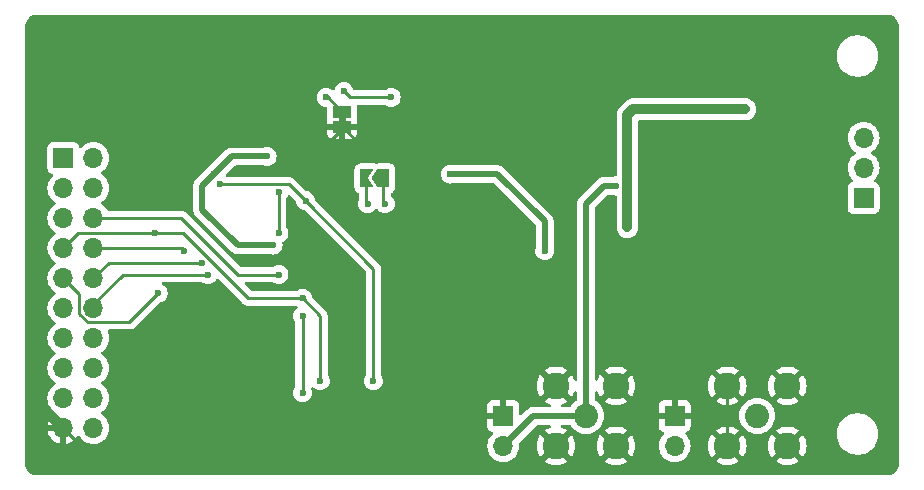
<source format=gbr>
%TF.GenerationSoftware,KiCad,Pcbnew,8.0.6*%
%TF.CreationDate,2024-12-30T16:19:14+01:00*%
%TF.ProjectId,pico-glitcher-v2.1-extension,7069636f-2d67-46c6-9974-636865722d76,rev?*%
%TF.SameCoordinates,PX3d09000PY6590fa0*%
%TF.FileFunction,Copper,L2,Bot*%
%TF.FilePolarity,Positive*%
%FSLAX46Y46*%
G04 Gerber Fmt 4.6, Leading zero omitted, Abs format (unit mm)*
G04 Created by KiCad (PCBNEW 8.0.6) date 2024-12-30 16:19:14*
%MOMM*%
%LPD*%
G01*
G04 APERTURE LIST*
G04 Aperture macros list*
%AMFreePoly0*
4,1,6,0.500000,-0.750000,-0.650000,-0.750000,-0.150000,0.000000,-0.650000,0.750000,0.500000,0.750000,0.500000,-0.750000,0.500000,-0.750000,$1*%
%AMFreePoly1*
4,1,6,1.000000,0.000000,0.500000,-0.750000,-0.500000,-0.750000,-0.500000,0.750000,0.500000,0.750000,1.000000,0.000000,1.000000,0.000000,$1*%
G04 Aperture macros list end*
%TA.AperFunction,EtchedComponent*%
%ADD10C,0.000000*%
%TD*%
%TA.AperFunction,ComponentPad*%
%ADD11O,1.700000X1.700000*%
%TD*%
%TA.AperFunction,ComponentPad*%
%ADD12R,1.700000X1.700000*%
%TD*%
%TA.AperFunction,ComponentPad*%
%ADD13C,2.250000*%
%TD*%
%TA.AperFunction,ComponentPad*%
%ADD14C,2.050000*%
%TD*%
%TA.AperFunction,ComponentPad*%
%ADD15C,0.300000*%
%TD*%
%TA.AperFunction,SMDPad,CuDef*%
%ADD16FreePoly0,180.000000*%
%TD*%
%TA.AperFunction,SMDPad,CuDef*%
%ADD17FreePoly1,180.000000*%
%TD*%
%TA.AperFunction,SMDPad,CuDef*%
%ADD18R,1.500000X1.000000*%
%TD*%
%TA.AperFunction,ViaPad*%
%ADD19C,0.600000*%
%TD*%
%TA.AperFunction,ViaPad*%
%ADD20C,0.500000*%
%TD*%
%TA.AperFunction,ViaPad*%
%ADD21C,0.700000*%
%TD*%
%TA.AperFunction,Conductor*%
%ADD22C,0.254000*%
%TD*%
%TA.AperFunction,Conductor*%
%ADD23C,0.818000*%
%TD*%
%TA.AperFunction,Conductor*%
%ADD24C,0.508000*%
%TD*%
G04 APERTURE END LIST*
D10*
%TA.AperFunction,EtchedComponent*%
%TO.C,JP2*%
G36*
X27650000Y30400000D02*
G01*
X27050000Y30400000D01*
X27050000Y30900000D01*
X27650000Y30900000D01*
X27650000Y30400000D01*
G37*
%TD.AperFunction*%
%TD*%
D11*
%TO.P,J6,3,Pin_3*%
%TO.N,Net-(J6-Pin_3)*%
X71500000Y29080000D03*
%TO.P,J6,2,Pin_2*%
%TO.N,/AMPL_VOUT*%
X71500000Y26540000D03*
D12*
%TO.P,J6,1,Pin_1*%
%TO.N,Net-(J6-Pin_1)*%
X71500000Y24000000D03*
%TD*%
D11*
%TO.P,J4,2,Pin_2*%
%TO.N,/AMPL_VIN+*%
X41000000Y3000000D03*
D12*
%TO.P,J4,1,Pin_1*%
%TO.N,GND*%
X41000000Y5540000D03*
%TD*%
D13*
%TO.P,J2,2,Ext*%
%TO.N,GND*%
X50540000Y3000000D03*
X50540000Y8080000D03*
X45460000Y3000000D03*
X45460000Y8080000D03*
D14*
%TO.P,J2,1,In*%
%TO.N,/AMPL_VIN+*%
X48000000Y5540000D03*
%TD*%
D11*
%TO.P,J1,20,Pin_20*%
%TO.N,+3V3*%
X6290000Y4500000D03*
%TO.P,J1,19,Pin_19*%
%TO.N,GND*%
X3750000Y4500000D03*
%TO.P,J1,18,Pin_18*%
%TO.N,VCC*%
X6290000Y7040000D03*
%TO.P,J1,17,Pin_17*%
%TO.N,+5V*%
X3750000Y7040000D03*
%TO.P,J1,16,Pin_16*%
%TO.N,unconnected-(J1-Pin_16-Pad16)*%
X6290000Y9580000D03*
%TO.P,J1,15,Pin_15*%
%TO.N,unconnected-(J1-Pin_15-Pad15)*%
X3750000Y9580000D03*
%TO.P,J1,14,Pin_14*%
%TO.N,unconnected-(J1-Pin_14-Pad14)*%
X6290000Y12120000D03*
%TO.P,J1,13,Pin_13*%
%TO.N,unconnected-(J1-Pin_13-Pad13)*%
X3750000Y12120000D03*
%TO.P,J1,12,Pin_12*%
%TO.N,/MOSI*%
X6290000Y14660000D03*
%TO.P,J1,11,Pin_11*%
%TO.N,unconnected-(J1-Pin_11-Pad11)*%
X3750000Y14660000D03*
%TO.P,J1,10,Pin_10*%
%TO.N,/SCK*%
X6290000Y17200000D03*
%TO.P,J1,9,Pin_9*%
%TO.N,/TRIG*%
X3750000Y17200000D03*
%TO.P,J1,8,Pin_8*%
%TO.N,/CSn*%
X6290000Y19740000D03*
%TO.P,J1,7,Pin_7*%
%TO.N,/RSTn*%
X3750000Y19740000D03*
%TO.P,J1,6,Pin_6*%
%TO.N,/MISO*%
X6290000Y22280000D03*
%TO.P,J1,5,Pin_5*%
%TO.N,unconnected-(J1-Pin_5-Pad5)*%
X3750000Y22280000D03*
%TO.P,J1,4,Pin_4*%
%TO.N,unconnected-(J1-Pin_4-Pad4)*%
X6290000Y24820000D03*
%TO.P,J1,3,Pin_3*%
%TO.N,unconnected-(J1-Pin_3-Pad3)*%
X3750000Y24820000D03*
%TO.P,J1,2,Pin_2*%
%TO.N,unconnected-(J1-Pin_2-Pad2)*%
X6290000Y27360000D03*
D12*
%TO.P,J1,1,Pin_1*%
%TO.N,unconnected-(J1-Pin_1-Pad1)*%
X3750000Y27360000D03*
%TD*%
D13*
%TO.P,J3,2,Ext*%
%TO.N,GND*%
X65040000Y3000000D03*
X65040000Y8080000D03*
X59960000Y3000000D03*
X59960000Y8080000D03*
D14*
%TO.P,J3,1,In*%
%TO.N,/OUT*%
X62500000Y5540000D03*
%TD*%
D15*
%TO.P,U4,9,POWER_PAD*%
%TO.N,GND*%
X57500000Y23700000D03*
X57500000Y25000000D03*
X57500000Y26300000D03*
X57500000Y27600000D03*
X56200000Y23700000D03*
X56200000Y25000000D03*
X56200000Y26300000D03*
X56200000Y27600000D03*
%TD*%
D11*
%TO.P,J5,2,Pin_2*%
%TO.N,/OUT*%
X55500000Y3000000D03*
D12*
%TO.P,J5,1,Pin_1*%
%TO.N,GND*%
X55500000Y5540000D03*
%TD*%
D16*
%TO.P,JP1,2,B*%
%TO.N,Net-(JP1-B)*%
X29400000Y25650000D03*
D17*
%TO.P,JP1,1,A*%
%TO.N,Net-(JP1-A)*%
X30850000Y25650000D03*
%TD*%
D18*
%TO.P,JP2,2,B*%
%TO.N,Net-(JP2-B)*%
X27350000Y31300000D03*
%TO.P,JP2,1,A*%
%TO.N,GND*%
X27350000Y30000000D03*
%TD*%
D19*
%TO.N,GND*%
X57000000Y21000000D03*
X38000000Y18000000D03*
D20*
X18000000Y14500000D03*
D19*
X17500000Y29500000D03*
X57000000Y29000000D03*
X56000000Y29000000D03*
X55000000Y30000000D03*
X36000000Y28000000D03*
X58000000Y22000000D03*
X45750000Y35000000D03*
X57000000Y22000000D03*
X58000000Y21000000D03*
X46000000Y29500000D03*
X56000000Y30000000D03*
X37000000Y36500000D03*
X55000000Y29000000D03*
X57000000Y30000000D03*
X22250000Y14250000D03*
X59000000Y21000000D03*
X11500000Y2000000D03*
X59000000Y22000000D03*
X39485000Y29000000D03*
X50000000Y30250000D03*
X32000000Y34000000D03*
D21*
X16500000Y9500000D03*
D19*
X14000000Y12500000D03*
X25500000Y28000000D03*
X14500000Y23000000D03*
X29000000Y28000000D03*
X35500000Y14500000D03*
X31500000Y18500000D03*
D21*
%TO.N,+5V*%
X61500000Y31500000D03*
X51500000Y21500000D03*
D19*
X52000000Y31500000D03*
%TO.N,/TRIG*%
X11773000Y15923000D03*
X24250000Y23750000D03*
X17000000Y25127000D03*
X30000000Y8500000D03*
%TO.N,+3V3*%
X21000000Y27500000D03*
X36500000Y26000000D03*
X16500000Y26000000D03*
X24000000Y14000000D03*
X24000000Y7500000D03*
X21500000Y20000000D03*
X44500000Y19500000D03*
%TO.N,/CSn*%
X14000000Y19500000D03*
%TO.N,/MOSI*%
X16000000Y17500000D03*
%TO.N,/MISO*%
X22000000Y17500000D03*
%TO.N,/SCK*%
X15500000Y18500000D03*
%TO.N,/RSTn*%
X24000000Y15500000D03*
X25500000Y8500000D03*
X11500000Y21000000D03*
%TO.N,/LDO2*%
X22000000Y24500000D03*
X22000000Y21000000D03*
%TO.N,Net-(JP1-B)*%
X29500000Y23500000D03*
%TO.N,Net-(JP1-A)*%
X31000000Y23500000D03*
%TO.N,/-IN*%
X31500000Y32500000D03*
X27500000Y33000000D03*
%TO.N,Net-(JP2-B)*%
X26000000Y32500000D03*
%TO.N,/AMPL_VIN+*%
X50500000Y25000000D03*
%TD*%
D22*
%TO.N,GND*%
X57000000Y29000000D02*
X62500000Y29000000D01*
D23*
X59400000Y27600000D02*
X57500000Y27600000D01*
X56200000Y27600000D02*
X56200000Y28200000D01*
D22*
X25500000Y28000000D02*
X27350000Y29850000D01*
D23*
X59500000Y26500000D02*
X59500000Y27000000D01*
D22*
X27350000Y29850000D02*
X27350000Y30000000D01*
X56943000Y22057000D02*
X57000000Y22000000D01*
X54600000Y27600000D02*
X54500000Y27500000D01*
D23*
X1500000Y6750000D02*
X1500000Y10000000D01*
D22*
X41000000Y9000000D02*
X41000000Y5540000D01*
D23*
X54500000Y25000000D02*
X54500000Y24500000D01*
X54500000Y27000000D02*
X54500000Y26500000D01*
X59500000Y24500000D02*
X59500000Y25000000D01*
X57500000Y28250000D02*
X59500000Y28250000D01*
X56943000Y25750000D02*
X56943000Y24250000D01*
X57500000Y25000000D02*
X59500000Y25000000D01*
X1500000Y10000000D02*
X1500000Y29500000D01*
D22*
X62500000Y29000000D02*
X64500000Y31000000D01*
D23*
X54500000Y27500000D02*
X54500000Y28250000D01*
X56250000Y23000000D02*
X57500000Y23000000D01*
X3750000Y4500000D02*
X1500000Y6750000D01*
X56200000Y23700000D02*
X56200000Y23050000D01*
X56943000Y28943000D02*
X56943000Y27000000D01*
D22*
X6250000Y2000000D02*
X11500000Y2000000D01*
X37000000Y29000000D02*
X36000000Y28000000D01*
D23*
X54500000Y27500000D02*
X54500000Y27000000D01*
X54750000Y24250000D02*
X54500000Y24500000D01*
X54500000Y25750000D02*
X54500000Y25000000D01*
X56943000Y27000000D02*
X59500000Y27000000D01*
X57500000Y26300000D02*
X59300000Y26300000D01*
X56200000Y25000000D02*
X54500000Y25000000D01*
X56943000Y24250000D02*
X54750000Y24250000D01*
X59500000Y24000000D02*
X59500000Y24500000D01*
X59300000Y26300000D02*
X59500000Y26500000D01*
X56943000Y24250000D02*
X59250000Y24250000D01*
X56943000Y25750000D02*
X59500000Y25750000D01*
X59250000Y24250000D02*
X59500000Y24500000D01*
D22*
X59500000Y27500000D02*
X59400000Y27600000D01*
X56200000Y28200000D02*
X56250000Y28250000D01*
X3750000Y4500000D02*
X6250000Y2000000D01*
D23*
X57500000Y23000000D02*
X59500000Y23000000D01*
X56200000Y26300000D02*
X54700000Y26300000D01*
X56943000Y25750000D02*
X54500000Y25750000D01*
X56943000Y24250000D02*
X56943000Y22057000D01*
D22*
X59960000Y3000000D02*
X59960000Y8080000D01*
X32000000Y34000000D02*
X32000000Y38500000D01*
D23*
X56250000Y28250000D02*
X57500000Y28250000D01*
X54500000Y24500000D02*
X54500000Y24000000D01*
X56943000Y27000000D02*
X56943000Y25750000D01*
X56200000Y27600000D02*
X54600000Y27600000D01*
X54500000Y26500000D02*
X54500000Y25750000D01*
D22*
X17500000Y29500000D02*
X1500000Y29500000D01*
X46000000Y29500000D02*
X45500000Y29000000D01*
D23*
X54500000Y24000000D02*
X54800000Y23700000D01*
D22*
X14750000Y11250000D02*
X11500000Y8000000D01*
D23*
X57500000Y27600000D02*
X57500000Y28250000D01*
X54800000Y23700000D02*
X56200000Y23700000D01*
D22*
X27350000Y30000000D02*
X29000000Y28350000D01*
D23*
X57500000Y23700000D02*
X59200000Y23700000D01*
D22*
X64500000Y34000000D02*
X63500000Y35000000D01*
D23*
X54500000Y24000000D02*
X54500000Y23000000D01*
X3000000Y38500000D02*
X32000000Y38500000D01*
D22*
X63500000Y35000000D02*
X63500000Y38500000D01*
D23*
X59500000Y27000000D02*
X59500000Y27500000D01*
X59500000Y23000000D02*
X59500000Y24000000D01*
D22*
X31500000Y18500000D02*
X35500000Y14500000D01*
X35500000Y14500000D02*
X41000000Y9000000D01*
X56200000Y23050000D02*
X56250000Y23000000D01*
D23*
X1500000Y37000000D02*
X3000000Y38500000D01*
D22*
X51500000Y35000000D02*
X46000000Y29500000D01*
X57000000Y29000000D02*
X56943000Y28943000D01*
X64500000Y31000000D02*
X64500000Y34000000D01*
D23*
X56200000Y26300000D02*
X56200000Y25000000D01*
X59500000Y25000000D02*
X59500000Y25750000D01*
X32000000Y38500000D02*
X37000000Y38500000D01*
D22*
X37000000Y36500000D02*
X37000000Y38500000D01*
X29000000Y28350000D02*
X29000000Y28000000D01*
D23*
X37000000Y38500000D02*
X63500000Y38500000D01*
X56200000Y25000000D02*
X56200000Y23700000D01*
X54700000Y26300000D02*
X54500000Y26500000D01*
X56943000Y27000000D02*
X54500000Y27000000D01*
X54500000Y23000000D02*
X56250000Y23000000D01*
D22*
X39485000Y29000000D02*
X37000000Y29000000D01*
X18000000Y14500000D02*
X14750000Y11250000D01*
D23*
X57500000Y23700000D02*
X57500000Y23000000D01*
D22*
X45500000Y29000000D02*
X39485000Y29000000D01*
D23*
X59200000Y23700000D02*
X59500000Y24000000D01*
D22*
X16500000Y9500000D02*
X14750000Y11250000D01*
D23*
X54500000Y28250000D02*
X56250000Y28250000D01*
X1500000Y29500000D02*
X1500000Y37000000D01*
X59500000Y25750000D02*
X59500000Y26500000D01*
X59500000Y28250000D02*
X59500000Y27500000D01*
D22*
X11500000Y8000000D02*
X11500000Y2000000D01*
X63500000Y35000000D02*
X51500000Y35000000D01*
D23*
%TO.N,+5V*%
X52000000Y31500000D02*
X61500000Y31500000D01*
X51500000Y21500000D02*
X51500000Y31000000D01*
X51500000Y31000000D02*
X52000000Y31500000D01*
D22*
%TO.N,/TRIG*%
X5802470Y13483000D02*
X5113000Y14172470D01*
X5113000Y15837000D02*
X3750000Y17200000D01*
X30000000Y18000000D02*
X30000000Y8500000D01*
X11773000Y15923000D02*
X9333000Y13483000D01*
X24250000Y23750000D02*
X22873000Y25127000D01*
X22873000Y25127000D02*
X17000000Y25127000D01*
X24250000Y23750000D02*
X30000000Y18000000D01*
X5113000Y14172470D02*
X5113000Y15837000D01*
X9333000Y13483000D02*
X5802470Y13483000D01*
D24*
%TO.N,+3V3*%
X44500000Y19500000D02*
X44500000Y22000000D01*
X40500000Y26000000D02*
X36500000Y26000000D01*
X44500000Y22000000D02*
X40500000Y26000000D01*
D22*
X24000000Y7500000D02*
X24000000Y14000000D01*
D24*
X15500000Y25000000D02*
X16500000Y26000000D01*
X18500000Y20000000D02*
X15500000Y23000000D01*
X21500000Y20000000D02*
X18500000Y20000000D01*
X15500000Y23000000D02*
X15500000Y25000000D01*
X18000000Y27500000D02*
X16500000Y26000000D01*
X21000000Y27500000D02*
X18000000Y27500000D01*
D22*
%TO.N,/CSn*%
X14000000Y19500000D02*
X13760000Y19740000D01*
X13760000Y19740000D02*
X6290000Y19740000D01*
%TO.N,/MOSI*%
X6290000Y14975000D02*
X8815000Y17500000D01*
X8815000Y17500000D02*
X16000000Y17500000D01*
X6290000Y14660000D02*
X6290000Y14975000D01*
%TO.N,/MISO*%
X13720000Y22280000D02*
X18500000Y17500000D01*
X18500000Y17500000D02*
X22000000Y17500000D01*
X6290000Y22280000D02*
X13720000Y22280000D01*
%TO.N,/SCK*%
X8000000Y18500000D02*
X15500000Y18500000D01*
X6290000Y17200000D02*
X7590000Y18500000D01*
X7590000Y18500000D02*
X8000000Y18500000D01*
%TO.N,/RSTn*%
X19386712Y15500000D02*
X24000000Y15500000D01*
X11500000Y21000000D02*
X13886712Y21000000D01*
X25500000Y14000000D02*
X25500000Y9000000D01*
X5010000Y21000000D02*
X3750000Y19740000D01*
X11500000Y21000000D02*
X5010000Y21000000D01*
X25500000Y9000000D02*
X25500000Y8500000D01*
X24000000Y15500000D02*
X25500000Y14000000D01*
X13886712Y21000000D02*
X19386712Y15500000D01*
%TO.N,/LDO2*%
X22000000Y24500000D02*
X22000000Y21000000D01*
%TO.N,Net-(JP1-B)*%
X29400000Y23600000D02*
X29500000Y23500000D01*
X29400000Y25650000D02*
X29400000Y23600000D01*
%TO.N,Net-(JP1-A)*%
X30850000Y23650000D02*
X31000000Y23500000D01*
X30850000Y25650000D02*
X30850000Y23650000D01*
%TO.N,/-IN*%
X27500000Y33000000D02*
X28000000Y32500000D01*
X28000000Y32500000D02*
X31500000Y32500000D01*
%TO.N,Net-(JP2-B)*%
X26150000Y32500000D02*
X27350000Y31300000D01*
X26000000Y32500000D02*
X26150000Y32500000D01*
D24*
%TO.N,/AMPL_VIN+*%
X50500000Y25000000D02*
X49500000Y25000000D01*
X43540000Y5540000D02*
X41000000Y3000000D01*
X49500000Y25000000D02*
X48000000Y23500000D01*
X48000000Y5540000D02*
X43540000Y5540000D01*
X48000000Y23500000D02*
X48000000Y5540000D01*
%TD*%
%TA.AperFunction,Conductor*%
%TO.N,GND*%
G36*
X46775464Y7118089D02*
G01*
X46775466Y7118089D01*
X46778713Y7121890D01*
X46778724Y7121905D01*
X46912363Y7339985D01*
X46912365Y7339988D01*
X47006939Y7568311D01*
X47050780Y7622715D01*
X47117074Y7644780D01*
X47184773Y7627501D01*
X47232384Y7576364D01*
X47245500Y7520859D01*
X47245500Y6936235D01*
X47225815Y6869196D01*
X47186290Y6830508D01*
X47100566Y6777976D01*
X47100563Y6777975D01*
X46917973Y6622027D01*
X46762028Y6439440D01*
X46740910Y6404977D01*
X46709769Y6354158D01*
X46709494Y6353710D01*
X46657682Y6306835D01*
X46603766Y6294500D01*
X46019141Y6294500D01*
X45952102Y6314185D01*
X45906347Y6366989D01*
X45896403Y6436147D01*
X45925428Y6499703D01*
X45971689Y6533061D01*
X46200012Y6627635D01*
X46200015Y6627637D01*
X46418095Y6761276D01*
X46418110Y6761287D01*
X46421911Y6764534D01*
X46421911Y6764536D01*
X45860562Y7325886D01*
X45862626Y7326740D01*
X46001844Y7419762D01*
X46120238Y7538156D01*
X46213260Y7677374D01*
X46214114Y7679438D01*
X46775464Y7118089D01*
G37*
%TD.AperFunction*%
%TA.AperFunction,Conductor*%
G36*
X73505394Y39499028D02*
G01*
X73535721Y39496375D01*
X73662755Y39485261D01*
X73684035Y39481509D01*
X73801188Y39450118D01*
X73831369Y39442031D01*
X73851681Y39434638D01*
X73989915Y39370178D01*
X74008633Y39359371D01*
X74133582Y39271881D01*
X74150140Y39257987D01*
X74257986Y39150141D01*
X74271880Y39133583D01*
X74359370Y39008634D01*
X74370177Y38989916D01*
X74434637Y38851682D01*
X74442030Y38831370D01*
X74481507Y38684039D01*
X74485260Y38662754D01*
X74499028Y38505395D01*
X74499500Y38494587D01*
X74499500Y1505414D01*
X74499028Y1494606D01*
X74485260Y1337247D01*
X74481507Y1315962D01*
X74442030Y1168631D01*
X74434637Y1148319D01*
X74370177Y1010085D01*
X74359370Y991367D01*
X74271880Y866418D01*
X74257986Y849860D01*
X74150140Y742014D01*
X74133582Y728120D01*
X74008633Y640630D01*
X73989915Y629823D01*
X73851681Y565363D01*
X73831369Y557970D01*
X73684038Y518493D01*
X73662753Y514740D01*
X73505395Y500972D01*
X73494587Y500500D01*
X1505413Y500500D01*
X1494605Y500972D01*
X1337246Y514740D01*
X1315961Y518493D01*
X1168630Y557970D01*
X1148318Y565363D01*
X1010084Y629823D01*
X991366Y640630D01*
X866417Y728120D01*
X849859Y742014D01*
X742013Y849860D01*
X728119Y866418D01*
X640629Y991367D01*
X629822Y1010085D01*
X565362Y1148319D01*
X557969Y1168631D01*
X518492Y1315962D01*
X514739Y1337248D01*
X500972Y1494607D01*
X500500Y1505414D01*
X500500Y3000001D01*
X39644341Y3000001D01*
X39644341Y3000000D01*
X39664936Y2764597D01*
X39664938Y2764587D01*
X39726094Y2536345D01*
X39726096Y2536341D01*
X39726097Y2536337D01*
X39777242Y2426656D01*
X39825965Y2322170D01*
X39825967Y2322166D01*
X39934281Y2167479D01*
X39961505Y2128599D01*
X40128599Y1961505D01*
X40225384Y1893735D01*
X40322165Y1825968D01*
X40322167Y1825967D01*
X40322170Y1825965D01*
X40536337Y1726097D01*
X40764592Y1664937D01*
X40952918Y1648461D01*
X40999999Y1644341D01*
X41000000Y1644341D01*
X41000001Y1644341D01*
X41039234Y1647774D01*
X41235408Y1664937D01*
X41463663Y1726097D01*
X41677830Y1825965D01*
X41871401Y1961505D01*
X42038495Y2128599D01*
X42174035Y2322170D01*
X42273903Y2536337D01*
X42335063Y2764592D01*
X42355659Y3000000D01*
X42337477Y3207814D01*
X42351243Y3276312D01*
X42373321Y3306298D01*
X43816205Y4749181D01*
X43877528Y4782666D01*
X43903886Y4785500D01*
X44900859Y4785500D01*
X44967898Y4765815D01*
X45013653Y4713011D01*
X45023597Y4643853D01*
X44994572Y4580297D01*
X44948311Y4546939D01*
X44719987Y4452366D01*
X44719984Y4452364D01*
X44501893Y4318718D01*
X44498086Y4315468D01*
X45059438Y3754116D01*
X45057374Y3753260D01*
X44918156Y3660238D01*
X44799762Y3541844D01*
X44706740Y3402626D01*
X44705884Y3400562D01*
X44144532Y3961914D01*
X44141282Y3958107D01*
X44007636Y3740016D01*
X44007634Y3740013D01*
X43909752Y3503703D01*
X43850042Y3254990D01*
X43829975Y3000000D01*
X43850042Y2745011D01*
X43909752Y2496298D01*
X44007634Y2259988D01*
X44007636Y2259985D01*
X44141277Y2041902D01*
X44141284Y2041893D01*
X44144533Y2038088D01*
X44705884Y2599440D01*
X44706740Y2597374D01*
X44799762Y2458156D01*
X44918156Y2339762D01*
X45057374Y2246740D01*
X45059437Y2245886D01*
X44498087Y1684535D01*
X44501897Y1681281D01*
X44719984Y1547637D01*
X44719987Y1547635D01*
X44956297Y1449753D01*
X45205011Y1390043D01*
X45205010Y1390043D01*
X45460000Y1369976D01*
X45714989Y1390043D01*
X45963702Y1449753D01*
X46200012Y1547635D01*
X46200015Y1547637D01*
X46418095Y1681276D01*
X46418110Y1681287D01*
X46421911Y1684534D01*
X46421911Y1684536D01*
X45860562Y2245886D01*
X45862626Y2246740D01*
X46001844Y2339762D01*
X46120238Y2458156D01*
X46213260Y2597374D01*
X46214114Y2599439D01*
X46775464Y2038089D01*
X46775466Y2038089D01*
X46778713Y2041890D01*
X46778724Y2041905D01*
X46912363Y2259985D01*
X46912365Y2259988D01*
X47010247Y2496298D01*
X47069957Y2745011D01*
X47090024Y3000000D01*
X48909975Y3000000D01*
X48930042Y2745011D01*
X48989752Y2496298D01*
X49087634Y2259988D01*
X49087636Y2259985D01*
X49221277Y2041902D01*
X49221284Y2041893D01*
X49224533Y2038088D01*
X49785884Y2599440D01*
X49786740Y2597374D01*
X49879762Y2458156D01*
X49998156Y2339762D01*
X50137374Y2246740D01*
X50139437Y2245886D01*
X49578087Y1684535D01*
X49581897Y1681281D01*
X49799984Y1547637D01*
X49799987Y1547635D01*
X50036297Y1449753D01*
X50285011Y1390043D01*
X50285010Y1390043D01*
X50540000Y1369976D01*
X50794989Y1390043D01*
X51043702Y1449753D01*
X51280012Y1547635D01*
X51280015Y1547637D01*
X51498095Y1681276D01*
X51498110Y1681287D01*
X51501911Y1684534D01*
X51501911Y1684536D01*
X50940562Y2245886D01*
X50942626Y2246740D01*
X51081844Y2339762D01*
X51200238Y2458156D01*
X51293260Y2597374D01*
X51294114Y2599439D01*
X51855464Y2038089D01*
X51855466Y2038089D01*
X51858713Y2041890D01*
X51858724Y2041905D01*
X51992363Y2259985D01*
X51992365Y2259988D01*
X52090247Y2496298D01*
X52149957Y2745011D01*
X52170024Y3000000D01*
X52170024Y3000001D01*
X54144341Y3000001D01*
X54144341Y3000000D01*
X54164936Y2764597D01*
X54164938Y2764587D01*
X54226094Y2536345D01*
X54226096Y2536341D01*
X54226097Y2536337D01*
X54277242Y2426656D01*
X54325965Y2322170D01*
X54325967Y2322166D01*
X54434281Y2167479D01*
X54461505Y2128599D01*
X54628599Y1961505D01*
X54725384Y1893735D01*
X54822165Y1825968D01*
X54822167Y1825967D01*
X54822170Y1825965D01*
X55036337Y1726097D01*
X55264592Y1664937D01*
X55452918Y1648461D01*
X55499999Y1644341D01*
X55500000Y1644341D01*
X55500001Y1644341D01*
X55539234Y1647774D01*
X55735408Y1664937D01*
X55963663Y1726097D01*
X56177830Y1825965D01*
X56371401Y1961505D01*
X56538495Y2128599D01*
X56674035Y2322170D01*
X56773903Y2536337D01*
X56835063Y2764592D01*
X56855659Y3000000D01*
X58329975Y3000000D01*
X58350042Y2745011D01*
X58409752Y2496298D01*
X58507634Y2259988D01*
X58507636Y2259985D01*
X58641277Y2041902D01*
X58641284Y2041893D01*
X58644533Y2038088D01*
X59205884Y2599440D01*
X59206740Y2597374D01*
X59299762Y2458156D01*
X59418156Y2339762D01*
X59557374Y2246740D01*
X59559437Y2245886D01*
X58998087Y1684535D01*
X59001897Y1681281D01*
X59219984Y1547637D01*
X59219987Y1547635D01*
X59456297Y1449753D01*
X59705011Y1390043D01*
X59705010Y1390043D01*
X59960000Y1369976D01*
X60214989Y1390043D01*
X60463702Y1449753D01*
X60700012Y1547635D01*
X60700015Y1547637D01*
X60918095Y1681276D01*
X60918110Y1681287D01*
X60921911Y1684534D01*
X60921911Y1684536D01*
X60360562Y2245886D01*
X60362626Y2246740D01*
X60501844Y2339762D01*
X60620238Y2458156D01*
X60713260Y2597374D01*
X60714114Y2599438D01*
X61275464Y2038089D01*
X61275466Y2038089D01*
X61278713Y2041890D01*
X61278724Y2041905D01*
X61412363Y2259985D01*
X61412365Y2259988D01*
X61510247Y2496298D01*
X61569957Y2745011D01*
X61590024Y3000000D01*
X63409975Y3000000D01*
X63430042Y2745011D01*
X63489752Y2496298D01*
X63587634Y2259988D01*
X63587636Y2259985D01*
X63721277Y2041902D01*
X63721284Y2041893D01*
X63724533Y2038088D01*
X64285884Y2599440D01*
X64286740Y2597374D01*
X64379762Y2458156D01*
X64498156Y2339762D01*
X64637374Y2246740D01*
X64639437Y2245886D01*
X64078087Y1684535D01*
X64081897Y1681281D01*
X64299984Y1547637D01*
X64299987Y1547635D01*
X64536297Y1449753D01*
X64785011Y1390043D01*
X64785010Y1390043D01*
X65040000Y1369976D01*
X65294989Y1390043D01*
X65543702Y1449753D01*
X65780012Y1547635D01*
X65780015Y1547637D01*
X65998095Y1681276D01*
X65998110Y1681287D01*
X66001911Y1684534D01*
X66001911Y1684536D01*
X65440562Y2245886D01*
X65442626Y2246740D01*
X65581844Y2339762D01*
X65700238Y2458156D01*
X65793260Y2597374D01*
X65794114Y2599438D01*
X66355464Y2038089D01*
X66355466Y2038089D01*
X66358713Y2041890D01*
X66358724Y2041905D01*
X66492363Y2259985D01*
X66492365Y2259988D01*
X66590247Y2496298D01*
X66649957Y2745011D01*
X66670024Y3000000D01*
X66649957Y3254990D01*
X66590247Y3503703D01*
X66492365Y3740013D01*
X66492363Y3740016D01*
X66358719Y3958103D01*
X66355465Y3961913D01*
X65794114Y3400563D01*
X65793260Y3402626D01*
X65700238Y3541844D01*
X65581844Y3660238D01*
X65442626Y3753260D01*
X65440561Y3754116D01*
X65801187Y4114742D01*
X69249500Y4114742D01*
X69249500Y3885259D01*
X69257807Y3822166D01*
X69279452Y3657762D01*
X69310512Y3541844D01*
X69338842Y3436113D01*
X69426650Y3224124D01*
X69426657Y3224110D01*
X69541392Y3025383D01*
X69681081Y2843339D01*
X69681089Y2843330D01*
X69843330Y2681089D01*
X69843338Y2681082D01*
X70025382Y2541393D01*
X70025385Y2541392D01*
X70025388Y2541389D01*
X70224112Y2426656D01*
X70224117Y2426654D01*
X70224123Y2426651D01*
X70315480Y2388810D01*
X70436113Y2338842D01*
X70657762Y2279452D01*
X70885266Y2249500D01*
X70885273Y2249500D01*
X71114727Y2249500D01*
X71114734Y2249500D01*
X71342238Y2279452D01*
X71563887Y2338842D01*
X71775888Y2426656D01*
X71974612Y2541389D01*
X72156661Y2681081D01*
X72156665Y2681086D01*
X72156670Y2681089D01*
X72318911Y2843330D01*
X72318914Y2843335D01*
X72318919Y2843339D01*
X72458611Y3025388D01*
X72573344Y3224112D01*
X72661158Y3436113D01*
X72720548Y3657762D01*
X72750500Y3885266D01*
X72750500Y4114734D01*
X72720548Y4342238D01*
X72661158Y4563887D01*
X72590113Y4735404D01*
X72573349Y4775877D01*
X72573346Y4775883D01*
X72573344Y4775888D01*
X72458611Y4974612D01*
X72458608Y4974615D01*
X72458607Y4974618D01*
X72318918Y5156662D01*
X72318911Y5156670D01*
X72156670Y5318911D01*
X72156661Y5318919D01*
X71974617Y5458608D01*
X71775890Y5573343D01*
X71775876Y5573350D01*
X71563887Y5661158D01*
X71536766Y5668425D01*
X71342238Y5720548D01*
X71304215Y5725554D01*
X71114741Y5750500D01*
X71114734Y5750500D01*
X70885266Y5750500D01*
X70885258Y5750500D01*
X70668715Y5721991D01*
X70657762Y5720548D01*
X70564076Y5695446D01*
X70436112Y5661158D01*
X70224123Y5573350D01*
X70224109Y5573343D01*
X70025382Y5458608D01*
X69843338Y5318919D01*
X69681081Y5156662D01*
X69541392Y4974618D01*
X69426657Y4775891D01*
X69426650Y4775877D01*
X69338842Y4563888D01*
X69279453Y4342241D01*
X69279451Y4342230D01*
X69249500Y4114742D01*
X65801187Y4114742D01*
X66001912Y4315467D01*
X65998107Y4318716D01*
X65998098Y4318723D01*
X65780015Y4452364D01*
X65780012Y4452366D01*
X65543702Y4550248D01*
X65294988Y4609958D01*
X65294989Y4609958D01*
X65040000Y4630025D01*
X64785010Y4609958D01*
X64536297Y4550248D01*
X64299987Y4452366D01*
X64299984Y4452364D01*
X64081893Y4318718D01*
X64078086Y4315468D01*
X64639438Y3754116D01*
X64637374Y3753260D01*
X64498156Y3660238D01*
X64379762Y3541844D01*
X64286740Y3402626D01*
X64285884Y3400562D01*
X63724532Y3961914D01*
X63721282Y3958107D01*
X63587636Y3740016D01*
X63587634Y3740013D01*
X63489752Y3503703D01*
X63430042Y3254990D01*
X63409975Y3000000D01*
X61590024Y3000000D01*
X61569957Y3254990D01*
X61510247Y3503703D01*
X61412365Y3740013D01*
X61412363Y3740016D01*
X61278719Y3958103D01*
X61275465Y3961913D01*
X60714114Y3400563D01*
X60713260Y3402626D01*
X60620238Y3541844D01*
X60501844Y3660238D01*
X60362626Y3753260D01*
X60360561Y3754116D01*
X60921912Y4315467D01*
X60918107Y4318716D01*
X60918098Y4318723D01*
X60700015Y4452364D01*
X60700012Y4452366D01*
X60463702Y4550248D01*
X60214988Y4609958D01*
X60214989Y4609958D01*
X59960000Y4630025D01*
X59705010Y4609958D01*
X59456297Y4550248D01*
X59219987Y4452366D01*
X59219984Y4452364D01*
X59001893Y4318718D01*
X58998086Y4315468D01*
X59559438Y3754116D01*
X59557374Y3753260D01*
X59418156Y3660238D01*
X59299762Y3541844D01*
X59206740Y3402626D01*
X59205884Y3400562D01*
X58644532Y3961914D01*
X58641282Y3958107D01*
X58507636Y3740016D01*
X58507634Y3740013D01*
X58409752Y3503703D01*
X58350042Y3254990D01*
X58329975Y3000000D01*
X56855659Y3000000D01*
X56835063Y3235408D01*
X56773903Y3463663D01*
X56674035Y3677829D01*
X56630493Y3740013D01*
X56538496Y3871400D01*
X56524623Y3885273D01*
X56416179Y3993717D01*
X56382696Y4055037D01*
X56387680Y4124729D01*
X56429551Y4180663D01*
X56460529Y4197578D01*
X56592086Y4246646D01*
X56592093Y4246650D01*
X56707187Y4332810D01*
X56707190Y4332813D01*
X56793350Y4447907D01*
X56793354Y4447914D01*
X56843596Y4582621D01*
X56843598Y4582628D01*
X56849999Y4642156D01*
X56850000Y4642173D01*
X56850000Y5290000D01*
X55933012Y5290000D01*
X55965925Y5347007D01*
X56000000Y5474174D01*
X56000000Y5540000D01*
X60969783Y5540000D01*
X60988623Y5300618D01*
X61044674Y5067147D01*
X61044678Y5067135D01*
X61136565Y4845298D01*
X61262026Y4640564D01*
X61262028Y4640561D01*
X61417973Y4457973D01*
X61600561Y4302028D01*
X61600563Y4302027D01*
X61805297Y4176566D01*
X61902047Y4136492D01*
X62027137Y4084677D01*
X62260621Y4028623D01*
X62500000Y4009783D01*
X62739379Y4028623D01*
X62972863Y4084677D01*
X63166365Y4164829D01*
X63194702Y4176566D01*
X63201388Y4180663D01*
X63399439Y4302028D01*
X63582027Y4457973D01*
X63737972Y4640561D01*
X63863433Y4845296D01*
X63955323Y5067137D01*
X64011377Y5300621D01*
X64030217Y5540000D01*
X64011377Y5779379D01*
X63955323Y6012863D01*
X63874234Y6208629D01*
X63863434Y6234703D01*
X63737973Y6439437D01*
X63737972Y6439439D01*
X63582027Y6622027D01*
X63399439Y6777972D01*
X63399434Y6777975D01*
X63194702Y6903435D01*
X62972865Y6995322D01*
X62972867Y6995322D01*
X62972863Y6995323D01*
X62972859Y6995324D01*
X62972853Y6995326D01*
X62739382Y7051377D01*
X62500000Y7070217D01*
X62260617Y7051377D01*
X62027146Y6995326D01*
X62027134Y6995322D01*
X61805297Y6903435D01*
X61600563Y6777974D01*
X61417973Y6622027D01*
X61262026Y6439437D01*
X61136565Y6234703D01*
X61044678Y6012866D01*
X61044674Y6012854D01*
X60988623Y5779383D01*
X60969783Y5540000D01*
X56000000Y5540000D01*
X56000000Y5605826D01*
X55965925Y5732993D01*
X55933012Y5790000D01*
X56850000Y5790000D01*
X56850000Y6437828D01*
X56849999Y6437845D01*
X56843598Y6497373D01*
X56843596Y6497380D01*
X56793354Y6632087D01*
X56793350Y6632094D01*
X56707190Y6747188D01*
X56707187Y6747191D01*
X56592093Y6833351D01*
X56592086Y6833355D01*
X56457379Y6883597D01*
X56457372Y6883599D01*
X56397844Y6890000D01*
X55750000Y6890000D01*
X55750000Y5973012D01*
X55692993Y6005925D01*
X55565826Y6040000D01*
X55434174Y6040000D01*
X55307007Y6005925D01*
X55250000Y5973012D01*
X55250000Y6890000D01*
X54602155Y6890000D01*
X54542627Y6883599D01*
X54542620Y6883597D01*
X54407913Y6833355D01*
X54407906Y6833351D01*
X54292812Y6747191D01*
X54292809Y6747188D01*
X54206649Y6632094D01*
X54206645Y6632087D01*
X54156403Y6497380D01*
X54156401Y6497373D01*
X54150000Y6437845D01*
X54150000Y5790000D01*
X55066988Y5790000D01*
X55034075Y5732993D01*
X55000000Y5605826D01*
X55000000Y5474174D01*
X55034075Y5347007D01*
X55066988Y5290000D01*
X54150000Y5290000D01*
X54150000Y4642156D01*
X54156401Y4582628D01*
X54156403Y4582621D01*
X54206645Y4447914D01*
X54206649Y4447907D01*
X54292809Y4332813D01*
X54292812Y4332810D01*
X54407906Y4246650D01*
X54407913Y4246646D01*
X54539470Y4197579D01*
X54595403Y4155708D01*
X54619821Y4090244D01*
X54604970Y4021971D01*
X54583819Y3993716D01*
X54461503Y3871400D01*
X54325965Y3677831D01*
X54325964Y3677829D01*
X54226098Y3463665D01*
X54226094Y3463656D01*
X54164938Y3235414D01*
X54164936Y3235404D01*
X54144341Y3000001D01*
X52170024Y3000001D01*
X52149957Y3254990D01*
X52090247Y3503703D01*
X51992365Y3740013D01*
X51992363Y3740016D01*
X51858719Y3958103D01*
X51855465Y3961913D01*
X51294114Y3400563D01*
X51293260Y3402626D01*
X51200238Y3541844D01*
X51081844Y3660238D01*
X50942626Y3753260D01*
X50940561Y3754116D01*
X51501912Y4315467D01*
X51498107Y4318716D01*
X51498098Y4318723D01*
X51280015Y4452364D01*
X51280012Y4452366D01*
X51043702Y4550248D01*
X50794988Y4609958D01*
X50794989Y4609958D01*
X50540000Y4630025D01*
X50285010Y4609958D01*
X50036297Y4550248D01*
X49799987Y4452366D01*
X49799984Y4452364D01*
X49581893Y4318718D01*
X49578086Y4315468D01*
X50139438Y3754116D01*
X50137374Y3753260D01*
X49998156Y3660238D01*
X49879762Y3541844D01*
X49786740Y3402626D01*
X49785884Y3400562D01*
X49224532Y3961914D01*
X49221282Y3958107D01*
X49087636Y3740016D01*
X49087634Y3740013D01*
X48989752Y3503703D01*
X48930042Y3254990D01*
X48909975Y3000000D01*
X47090024Y3000000D01*
X47069957Y3254990D01*
X47010247Y3503703D01*
X46912365Y3740013D01*
X46912363Y3740016D01*
X46778719Y3958103D01*
X46775465Y3961913D01*
X46214114Y3400563D01*
X46213260Y3402626D01*
X46120238Y3541844D01*
X46001844Y3660238D01*
X45862626Y3753260D01*
X45860561Y3754116D01*
X46421912Y4315467D01*
X46418107Y4318716D01*
X46418098Y4318723D01*
X46200015Y4452364D01*
X46200012Y4452366D01*
X45971689Y4546939D01*
X45917285Y4590780D01*
X45895220Y4657074D01*
X45912499Y4724773D01*
X45963636Y4772384D01*
X46019141Y4785500D01*
X46603766Y4785500D01*
X46670805Y4765815D01*
X46709493Y4726291D01*
X46762028Y4640561D01*
X46917973Y4457973D01*
X47100561Y4302028D01*
X47100563Y4302027D01*
X47305297Y4176566D01*
X47402047Y4136492D01*
X47527137Y4084677D01*
X47760621Y4028623D01*
X48000000Y4009783D01*
X48239379Y4028623D01*
X48472863Y4084677D01*
X48666365Y4164829D01*
X48694702Y4176566D01*
X48701388Y4180663D01*
X48899439Y4302028D01*
X49082027Y4457973D01*
X49237972Y4640561D01*
X49363433Y4845296D01*
X49455323Y5067137D01*
X49511377Y5300621D01*
X49530217Y5540000D01*
X49511377Y5779379D01*
X49455323Y6012863D01*
X49374234Y6208629D01*
X49363434Y6234703D01*
X49237973Y6439437D01*
X49237972Y6439439D01*
X49082027Y6622027D01*
X48961309Y6725130D01*
X48899436Y6777975D01*
X48899433Y6777976D01*
X48813710Y6830508D01*
X48766835Y6882320D01*
X48754500Y6936235D01*
X48754500Y7520859D01*
X48774185Y7587898D01*
X48826989Y7633653D01*
X48896147Y7643597D01*
X48959703Y7614572D01*
X48993061Y7568311D01*
X49087634Y7339988D01*
X49087636Y7339985D01*
X49221277Y7121902D01*
X49221284Y7121893D01*
X49224533Y7118088D01*
X49785884Y7679440D01*
X49786740Y7677374D01*
X49879762Y7538156D01*
X49998156Y7419762D01*
X50137374Y7326740D01*
X50139437Y7325886D01*
X49578087Y6764535D01*
X49581897Y6761281D01*
X49799984Y6627637D01*
X49799987Y6627635D01*
X50036297Y6529753D01*
X50285011Y6470043D01*
X50285010Y6470043D01*
X50540000Y6449976D01*
X50794989Y6470043D01*
X51043702Y6529753D01*
X51280012Y6627635D01*
X51280015Y6627637D01*
X51498095Y6761276D01*
X51498110Y6761287D01*
X51501911Y6764534D01*
X51501911Y6764536D01*
X50940562Y7325886D01*
X50942626Y7326740D01*
X51081844Y7419762D01*
X51200238Y7538156D01*
X51293260Y7677374D01*
X51294114Y7679439D01*
X51855464Y7118089D01*
X51855466Y7118089D01*
X51858713Y7121890D01*
X51858724Y7121905D01*
X51992363Y7339985D01*
X51992365Y7339988D01*
X52090247Y7576298D01*
X52149957Y7825011D01*
X52170024Y8080000D01*
X58329975Y8080000D01*
X58350042Y7825011D01*
X58409752Y7576298D01*
X58507634Y7339988D01*
X58507636Y7339985D01*
X58641277Y7121902D01*
X58641284Y7121893D01*
X58644533Y7118088D01*
X59205884Y7679440D01*
X59206740Y7677374D01*
X59299762Y7538156D01*
X59418156Y7419762D01*
X59557374Y7326740D01*
X59559437Y7325886D01*
X58998087Y6764535D01*
X59001897Y6761281D01*
X59219984Y6627637D01*
X59219987Y6627635D01*
X59456297Y6529753D01*
X59705011Y6470043D01*
X59705010Y6470043D01*
X59960000Y6449976D01*
X60214989Y6470043D01*
X60463702Y6529753D01*
X60700012Y6627635D01*
X60700015Y6627637D01*
X60918095Y6761276D01*
X60918110Y6761287D01*
X60921911Y6764534D01*
X60921911Y6764536D01*
X60360562Y7325886D01*
X60362626Y7326740D01*
X60501844Y7419762D01*
X60620238Y7538156D01*
X60713260Y7677374D01*
X60714114Y7679438D01*
X61275464Y7118089D01*
X61275466Y7118089D01*
X61278713Y7121890D01*
X61278724Y7121905D01*
X61412363Y7339985D01*
X61412365Y7339988D01*
X61510247Y7576298D01*
X61569957Y7825011D01*
X61590024Y8080000D01*
X63409975Y8080000D01*
X63430042Y7825011D01*
X63489752Y7576298D01*
X63587634Y7339988D01*
X63587636Y7339985D01*
X63721277Y7121902D01*
X63721284Y7121893D01*
X63724533Y7118088D01*
X64285884Y7679440D01*
X64286740Y7677374D01*
X64379762Y7538156D01*
X64498156Y7419762D01*
X64637374Y7326740D01*
X64639437Y7325886D01*
X64078087Y6764535D01*
X64081897Y6761281D01*
X64299984Y6627637D01*
X64299987Y6627635D01*
X64536297Y6529753D01*
X64785011Y6470043D01*
X64785010Y6470043D01*
X65040000Y6449976D01*
X65294989Y6470043D01*
X65543702Y6529753D01*
X65780012Y6627635D01*
X65780015Y6627637D01*
X65998095Y6761276D01*
X65998110Y6761287D01*
X66001911Y6764534D01*
X66001911Y6764536D01*
X65440562Y7325886D01*
X65442626Y7326740D01*
X65581844Y7419762D01*
X65700238Y7538156D01*
X65793260Y7677374D01*
X65794114Y7679439D01*
X66355464Y7118089D01*
X66355466Y7118089D01*
X66358713Y7121890D01*
X66358724Y7121905D01*
X66492363Y7339985D01*
X66492365Y7339988D01*
X66590247Y7576298D01*
X66649957Y7825011D01*
X66670024Y8080000D01*
X66649957Y8334990D01*
X66590247Y8583703D01*
X66492365Y8820013D01*
X66492363Y8820016D01*
X66358719Y9038103D01*
X66355465Y9041913D01*
X65794114Y8480563D01*
X65793260Y8482626D01*
X65700238Y8621844D01*
X65581844Y8740238D01*
X65442626Y8833260D01*
X65440561Y8834116D01*
X66001912Y9395467D01*
X65998107Y9398716D01*
X65998098Y9398723D01*
X65780015Y9532364D01*
X65780012Y9532366D01*
X65543702Y9630248D01*
X65294988Y9689958D01*
X65294989Y9689958D01*
X65040000Y9710025D01*
X64785010Y9689958D01*
X64536297Y9630248D01*
X64299987Y9532366D01*
X64299984Y9532364D01*
X64081893Y9398718D01*
X64078086Y9395468D01*
X64639438Y8834116D01*
X64637374Y8833260D01*
X64498156Y8740238D01*
X64379762Y8621844D01*
X64286740Y8482626D01*
X64285884Y8480562D01*
X63724532Y9041914D01*
X63721282Y9038107D01*
X63587636Y8820016D01*
X63587634Y8820013D01*
X63489752Y8583703D01*
X63430042Y8334990D01*
X63409975Y8080000D01*
X61590024Y8080000D01*
X61569957Y8334990D01*
X61510247Y8583703D01*
X61412365Y8820013D01*
X61412363Y8820016D01*
X61278719Y9038103D01*
X61275465Y9041913D01*
X60714114Y8480563D01*
X60713260Y8482626D01*
X60620238Y8621844D01*
X60501844Y8740238D01*
X60362626Y8833260D01*
X60360561Y8834116D01*
X60921912Y9395467D01*
X60918107Y9398716D01*
X60918098Y9398723D01*
X60700015Y9532364D01*
X60700012Y9532366D01*
X60463702Y9630248D01*
X60214988Y9689958D01*
X60214989Y9689958D01*
X59960000Y9710025D01*
X59705010Y9689958D01*
X59456297Y9630248D01*
X59219987Y9532366D01*
X59219984Y9532364D01*
X59001893Y9398718D01*
X58998086Y9395468D01*
X59559438Y8834116D01*
X59557374Y8833260D01*
X59418156Y8740238D01*
X59299762Y8621844D01*
X59206740Y8482626D01*
X59205884Y8480562D01*
X58644532Y9041914D01*
X58641282Y9038107D01*
X58507636Y8820016D01*
X58507634Y8820013D01*
X58409752Y8583703D01*
X58350042Y8334990D01*
X58329975Y8080000D01*
X52170024Y8080000D01*
X52149957Y8334990D01*
X52090247Y8583703D01*
X51992365Y8820013D01*
X51992363Y8820016D01*
X51858719Y9038103D01*
X51855465Y9041913D01*
X51294114Y8480563D01*
X51293260Y8482626D01*
X51200238Y8621844D01*
X51081844Y8740238D01*
X50942626Y8833260D01*
X50940561Y8834116D01*
X51501912Y9395467D01*
X51498107Y9398716D01*
X51498098Y9398723D01*
X51280015Y9532364D01*
X51280012Y9532366D01*
X51043702Y9630248D01*
X50794988Y9689958D01*
X50794989Y9689958D01*
X50540000Y9710025D01*
X50285010Y9689958D01*
X50036297Y9630248D01*
X49799987Y9532366D01*
X49799984Y9532364D01*
X49581893Y9398718D01*
X49578086Y9395468D01*
X50139438Y8834116D01*
X50137374Y8833260D01*
X49998156Y8740238D01*
X49879762Y8621844D01*
X49786740Y8482626D01*
X49785884Y8480562D01*
X49224532Y9041914D01*
X49221282Y9038107D01*
X49087636Y8820017D01*
X48993061Y8591689D01*
X48949220Y8537286D01*
X48882926Y8515221D01*
X48815227Y8532500D01*
X48767616Y8583637D01*
X48754500Y8639142D01*
X48754500Y23136114D01*
X48774185Y23203153D01*
X48790819Y23223795D01*
X49776205Y24209181D01*
X49837528Y24242666D01*
X49863886Y24245500D01*
X50211460Y24245500D01*
X50252415Y24238541D01*
X50320737Y24214634D01*
X50320743Y24214633D01*
X50320745Y24214632D01*
X50320746Y24214632D01*
X50320750Y24214631D01*
X50480383Y24196645D01*
X50544797Y24169579D01*
X50584352Y24111984D01*
X50590500Y24073425D01*
X50590500Y21410418D01*
X50625449Y21234717D01*
X50625452Y21234705D01*
X50694007Y21069197D01*
X50694014Y21069184D01*
X50793544Y20920228D01*
X50793547Y20920224D01*
X50920223Y20793548D01*
X50920227Y20793545D01*
X51069183Y20694015D01*
X51069196Y20694008D01*
X51234704Y20625453D01*
X51234709Y20625451D01*
X51410417Y20590501D01*
X51410421Y20590500D01*
X51410422Y20590500D01*
X51589579Y20590500D01*
X51589580Y20590501D01*
X51765291Y20625451D01*
X51930810Y20694011D01*
X52079773Y20793545D01*
X52206455Y20920227D01*
X52305989Y21069190D01*
X52374549Y21234709D01*
X52409500Y21410422D01*
X52409500Y23145570D01*
X55857699Y23145570D01*
X55857699Y23145569D01*
X55967812Y23087777D01*
X56121075Y23050000D01*
X56278925Y23050000D01*
X56432185Y23087776D01*
X56542299Y23145570D01*
X57157699Y23145570D01*
X57157699Y23145569D01*
X57267812Y23087777D01*
X57421075Y23050000D01*
X57578925Y23050000D01*
X57732185Y23087776D01*
X57842299Y23145570D01*
X57500001Y23487868D01*
X57500000Y23487868D01*
X57157699Y23145570D01*
X56542299Y23145570D01*
X56200001Y23487868D01*
X56200000Y23487868D01*
X55857699Y23145570D01*
X52409500Y23145570D01*
X52409500Y23700000D01*
X55545226Y23700000D01*
X55564253Y23543301D01*
X55620222Y23395717D01*
X55620225Y23395712D01*
X55646096Y23358230D01*
X55646097Y23358230D01*
X55987868Y23700000D01*
X55967977Y23719891D01*
X56100000Y23719891D01*
X56100000Y23680109D01*
X56115224Y23643355D01*
X56143355Y23615224D01*
X56180109Y23600000D01*
X56219891Y23600000D01*
X56256645Y23615224D01*
X56284776Y23643355D01*
X56300000Y23680109D01*
X56300000Y23700001D01*
X56412132Y23700001D01*
X56412132Y23699999D01*
X56753901Y23358230D01*
X56759180Y23358710D01*
X56802231Y23393597D01*
X56871680Y23401257D01*
X56934245Y23370154D01*
X56944447Y23358380D01*
X56946097Y23358230D01*
X57287868Y23700000D01*
X57267977Y23719891D01*
X57400000Y23719891D01*
X57400000Y23680109D01*
X57415224Y23643355D01*
X57443355Y23615224D01*
X57480109Y23600000D01*
X57519891Y23600000D01*
X57556645Y23615224D01*
X57584776Y23643355D01*
X57600000Y23680109D01*
X57600000Y23700001D01*
X57712132Y23700001D01*
X57712132Y23699999D01*
X58053901Y23358230D01*
X58079773Y23395710D01*
X58135747Y23543303D01*
X58154773Y23700000D01*
X58135747Y23856698D01*
X58079773Y24004291D01*
X58053901Y24041771D01*
X58053901Y24041772D01*
X57712132Y23700001D01*
X57600000Y23700001D01*
X57600000Y23719891D01*
X57584776Y23756645D01*
X57556645Y23784776D01*
X57519891Y23800000D01*
X57480109Y23800000D01*
X57443355Y23784776D01*
X57415224Y23756645D01*
X57400000Y23719891D01*
X57267977Y23719891D01*
X56946096Y24041772D01*
X56940815Y24041292D01*
X56897768Y24006405D01*
X56828319Y23998745D01*
X56765754Y24029847D01*
X56755551Y24041622D01*
X56753901Y24041772D01*
X56412132Y23700001D01*
X56300000Y23700001D01*
X56300000Y23719891D01*
X56284776Y23756645D01*
X56256645Y23784776D01*
X56219891Y23800000D01*
X56180109Y23800000D01*
X56143355Y23784776D01*
X56115224Y23756645D01*
X56100000Y23719891D01*
X55967977Y23719891D01*
X55646096Y24041772D01*
X55620227Y24004293D01*
X55620224Y24004287D01*
X55564253Y23856699D01*
X55545226Y23700000D01*
X52409500Y23700000D01*
X52409500Y24445570D01*
X55857699Y24445570D01*
X55859841Y24431495D01*
X55880803Y24411213D01*
X55896778Y24343194D01*
X55873443Y24277336D01*
X55859323Y24265102D01*
X55857699Y24254433D01*
X56200000Y23912132D01*
X56200001Y23912132D01*
X56542299Y24254433D01*
X56540157Y24268508D01*
X56519196Y24288789D01*
X56503221Y24356808D01*
X56526556Y24422666D01*
X56540675Y24434901D01*
X56542299Y24445570D01*
X57157699Y24445570D01*
X57159841Y24431495D01*
X57180803Y24411213D01*
X57196778Y24343194D01*
X57173443Y24277336D01*
X57159323Y24265102D01*
X57157699Y24254433D01*
X57500000Y23912132D01*
X57500001Y23912132D01*
X57842299Y24254433D01*
X57840157Y24268508D01*
X57819196Y24288789D01*
X57803221Y24356808D01*
X57826556Y24422666D01*
X57840675Y24434901D01*
X57842299Y24445570D01*
X57500001Y24787868D01*
X57500000Y24787868D01*
X57157699Y24445570D01*
X56542299Y24445570D01*
X56200001Y24787868D01*
X56200000Y24787868D01*
X55857699Y24445570D01*
X52409500Y24445570D01*
X52409500Y25000000D01*
X55545226Y25000000D01*
X55564253Y24843301D01*
X55620222Y24695717D01*
X55620225Y24695712D01*
X55646096Y24658230D01*
X55646097Y24658230D01*
X55987868Y25000000D01*
X55967977Y25019891D01*
X56100000Y25019891D01*
X56100000Y24980109D01*
X56115224Y24943355D01*
X56143355Y24915224D01*
X56180109Y24900000D01*
X56219891Y24900000D01*
X56256645Y24915224D01*
X56284776Y24943355D01*
X56300000Y24980109D01*
X56300000Y25000001D01*
X56412132Y25000001D01*
X56412132Y24999999D01*
X56753901Y24658230D01*
X56759180Y24658710D01*
X56802231Y24693597D01*
X56871680Y24701257D01*
X56934245Y24670154D01*
X56944447Y24658380D01*
X56946097Y24658230D01*
X57287868Y25000000D01*
X57267977Y25019891D01*
X57400000Y25019891D01*
X57400000Y24980109D01*
X57415224Y24943355D01*
X57443355Y24915224D01*
X57480109Y24900000D01*
X57519891Y24900000D01*
X57556645Y24915224D01*
X57584776Y24943355D01*
X57600000Y24980109D01*
X57600000Y25000001D01*
X57712132Y25000001D01*
X57712132Y24999999D01*
X58053901Y24658230D01*
X58079773Y24695710D01*
X58135747Y24843303D01*
X58154773Y25000000D01*
X58135747Y25156698D01*
X58079773Y25304291D01*
X58053901Y25341771D01*
X58053901Y25341772D01*
X57712132Y25000001D01*
X57600000Y25000001D01*
X57600000Y25019891D01*
X57584776Y25056645D01*
X57556645Y25084776D01*
X57519891Y25100000D01*
X57480109Y25100000D01*
X57443355Y25084776D01*
X57415224Y25056645D01*
X57400000Y25019891D01*
X57267977Y25019891D01*
X56946096Y25341772D01*
X56940815Y25341292D01*
X56897768Y25306405D01*
X56828319Y25298745D01*
X56765754Y25329847D01*
X56755551Y25341622D01*
X56753901Y25341772D01*
X56412132Y25000001D01*
X56300000Y25000001D01*
X56300000Y25019891D01*
X56284776Y25056645D01*
X56256645Y25084776D01*
X56219891Y25100000D01*
X56180109Y25100000D01*
X56143355Y25084776D01*
X56115224Y25056645D01*
X56100000Y25019891D01*
X55967977Y25019891D01*
X55646096Y25341772D01*
X55620227Y25304293D01*
X55620224Y25304287D01*
X55564253Y25156699D01*
X55545226Y25000000D01*
X52409500Y25000000D01*
X52409500Y25745570D01*
X55857699Y25745570D01*
X55859841Y25731495D01*
X55880803Y25711213D01*
X55896778Y25643194D01*
X55873443Y25577336D01*
X55859323Y25565102D01*
X55857699Y25554433D01*
X56200000Y25212132D01*
X56200001Y25212132D01*
X56542299Y25554433D01*
X56540157Y25568508D01*
X56519196Y25588789D01*
X56503221Y25656808D01*
X56526556Y25722666D01*
X56540675Y25734901D01*
X56542299Y25745570D01*
X57157699Y25745570D01*
X57159841Y25731495D01*
X57180803Y25711213D01*
X57196778Y25643194D01*
X57173443Y25577336D01*
X57159323Y25565102D01*
X57157699Y25554433D01*
X57500000Y25212132D01*
X57500001Y25212132D01*
X57842299Y25554433D01*
X57840157Y25568508D01*
X57819196Y25588789D01*
X57803221Y25656808D01*
X57826556Y25722666D01*
X57840675Y25734901D01*
X57842299Y25745570D01*
X57500001Y26087868D01*
X57500000Y26087868D01*
X57157699Y25745570D01*
X56542299Y25745570D01*
X56200001Y26087868D01*
X56200000Y26087868D01*
X55857699Y25745570D01*
X52409500Y25745570D01*
X52409500Y26300000D01*
X55545226Y26300000D01*
X55564253Y26143301D01*
X55620222Y25995717D01*
X55620225Y25995712D01*
X55646096Y25958230D01*
X55646097Y25958230D01*
X55987868Y26300000D01*
X55967977Y26319891D01*
X56100000Y26319891D01*
X56100000Y26280109D01*
X56115224Y26243355D01*
X56143355Y26215224D01*
X56180109Y26200000D01*
X56219891Y26200000D01*
X56256645Y26215224D01*
X56284776Y26243355D01*
X56300000Y26280109D01*
X56300000Y26300001D01*
X56412132Y26300001D01*
X56412132Y26299999D01*
X56753901Y25958230D01*
X56759180Y25958710D01*
X56802231Y25993597D01*
X56871680Y26001257D01*
X56934245Y25970154D01*
X56944447Y25958380D01*
X56946097Y25958230D01*
X57287868Y26300000D01*
X57267977Y26319891D01*
X57400000Y26319891D01*
X57400000Y26280109D01*
X57415224Y26243355D01*
X57443355Y26215224D01*
X57480109Y26200000D01*
X57519891Y26200000D01*
X57556645Y26215224D01*
X57584776Y26243355D01*
X57600000Y26280109D01*
X57600000Y26300001D01*
X57712132Y26300001D01*
X57712132Y26299999D01*
X58053901Y25958230D01*
X58079773Y25995710D01*
X58135747Y26143303D01*
X58154773Y26300000D01*
X58135747Y26456698D01*
X58079773Y26604291D01*
X58053901Y26641771D01*
X58053901Y26641772D01*
X57712132Y26300001D01*
X57600000Y26300001D01*
X57600000Y26319891D01*
X57584776Y26356645D01*
X57556645Y26384776D01*
X57519891Y26400000D01*
X57480109Y26400000D01*
X57443355Y26384776D01*
X57415224Y26356645D01*
X57400000Y26319891D01*
X57267977Y26319891D01*
X56946096Y26641772D01*
X56940815Y26641292D01*
X56897768Y26606405D01*
X56828319Y26598745D01*
X56765754Y26629847D01*
X56755551Y26641622D01*
X56753901Y26641772D01*
X56412132Y26300001D01*
X56300000Y26300001D01*
X56300000Y26319891D01*
X56284776Y26356645D01*
X56256645Y26384776D01*
X56219891Y26400000D01*
X56180109Y26400000D01*
X56143355Y26384776D01*
X56115224Y26356645D01*
X56100000Y26319891D01*
X55967977Y26319891D01*
X55646096Y26641772D01*
X55620227Y26604293D01*
X55620224Y26604287D01*
X55564253Y26456699D01*
X55545226Y26300000D01*
X52409500Y26300000D01*
X52409500Y27045570D01*
X55857699Y27045570D01*
X55859841Y27031495D01*
X55880803Y27011213D01*
X55896778Y26943194D01*
X55873443Y26877336D01*
X55859323Y26865102D01*
X55857699Y26854433D01*
X56200000Y26512132D01*
X56200001Y26512132D01*
X56542299Y26854433D01*
X56540157Y26868508D01*
X56519196Y26888789D01*
X56503221Y26956808D01*
X56526556Y27022666D01*
X56540675Y27034901D01*
X56542299Y27045570D01*
X57157699Y27045570D01*
X57159841Y27031495D01*
X57180803Y27011213D01*
X57196778Y26943194D01*
X57173443Y26877336D01*
X57159323Y26865102D01*
X57157699Y26854433D01*
X57500000Y26512132D01*
X57500001Y26512132D01*
X57842299Y26854433D01*
X57840157Y26868508D01*
X57819196Y26888789D01*
X57803221Y26956808D01*
X57826556Y27022666D01*
X57840675Y27034901D01*
X57842299Y27045570D01*
X57500001Y27387868D01*
X57500000Y27387868D01*
X57157699Y27045570D01*
X56542299Y27045570D01*
X56200001Y27387868D01*
X56200000Y27387868D01*
X55857699Y27045570D01*
X52409500Y27045570D01*
X52409500Y27600000D01*
X55545226Y27600000D01*
X55564253Y27443301D01*
X55620222Y27295717D01*
X55620225Y27295712D01*
X55646096Y27258230D01*
X55646097Y27258230D01*
X55987868Y27600000D01*
X55967977Y27619891D01*
X56100000Y27619891D01*
X56100000Y27580109D01*
X56115224Y27543355D01*
X56143355Y27515224D01*
X56180109Y27500000D01*
X56219891Y27500000D01*
X56256645Y27515224D01*
X56284776Y27543355D01*
X56300000Y27580109D01*
X56300000Y27600001D01*
X56412132Y27600001D01*
X56412132Y27599999D01*
X56753901Y27258230D01*
X56759180Y27258710D01*
X56802231Y27293597D01*
X56871680Y27301257D01*
X56934245Y27270154D01*
X56944447Y27258380D01*
X56946097Y27258230D01*
X57287868Y27600000D01*
X57267977Y27619891D01*
X57400000Y27619891D01*
X57400000Y27580109D01*
X57415224Y27543355D01*
X57443355Y27515224D01*
X57480109Y27500000D01*
X57519891Y27500000D01*
X57556645Y27515224D01*
X57584776Y27543355D01*
X57600000Y27580109D01*
X57600000Y27600001D01*
X57712132Y27600001D01*
X57712132Y27599999D01*
X58053901Y27258230D01*
X58079773Y27295710D01*
X58135747Y27443303D01*
X58154773Y27600000D01*
X58135747Y27756698D01*
X58079773Y27904291D01*
X58053901Y27941771D01*
X58053901Y27941772D01*
X57712132Y27600001D01*
X57600000Y27600001D01*
X57600000Y27619891D01*
X57584776Y27656645D01*
X57556645Y27684776D01*
X57519891Y27700000D01*
X57480109Y27700000D01*
X57443355Y27684776D01*
X57415224Y27656645D01*
X57400000Y27619891D01*
X57267977Y27619891D01*
X56946096Y27941772D01*
X56940815Y27941292D01*
X56897768Y27906405D01*
X56828319Y27898745D01*
X56765754Y27929847D01*
X56755551Y27941622D01*
X56753901Y27941772D01*
X56412132Y27600001D01*
X56300000Y27600001D01*
X56300000Y27619891D01*
X56284776Y27656645D01*
X56256645Y27684776D01*
X56219891Y27700000D01*
X56180109Y27700000D01*
X56143355Y27684776D01*
X56115224Y27656645D01*
X56100000Y27619891D01*
X55967977Y27619891D01*
X55646096Y27941772D01*
X55620227Y27904293D01*
X55620224Y27904287D01*
X55564253Y27756699D01*
X55545226Y27600000D01*
X52409500Y27600000D01*
X52409500Y28154432D01*
X55857700Y28154432D01*
X56200000Y27812132D01*
X56200001Y27812132D01*
X56542298Y28154432D01*
X57157700Y28154432D01*
X57500000Y27812132D01*
X57500001Y27812132D01*
X57842299Y28154433D01*
X57732183Y28212225D01*
X57578925Y28250000D01*
X57421075Y28250000D01*
X57267815Y28212225D01*
X57157700Y28154432D01*
X56542298Y28154432D01*
X56542299Y28154433D01*
X56432183Y28212225D01*
X56278925Y28250000D01*
X56121075Y28250000D01*
X55967815Y28212225D01*
X55857700Y28154432D01*
X52409500Y28154432D01*
X52409500Y29080001D01*
X70144341Y29080001D01*
X70144341Y29080000D01*
X70164936Y28844597D01*
X70164938Y28844587D01*
X70226094Y28616345D01*
X70226096Y28616341D01*
X70226097Y28616337D01*
X70325965Y28402170D01*
X70325967Y28402166D01*
X70429365Y28254500D01*
X70449468Y28225789D01*
X70461501Y28208605D01*
X70461506Y28208598D01*
X70628597Y28041507D01*
X70628603Y28041502D01*
X70814158Y27911575D01*
X70857783Y27856998D01*
X70864977Y27787500D01*
X70833454Y27725145D01*
X70814158Y27708425D01*
X70628597Y27578495D01*
X70461505Y27411403D01*
X70325965Y27217831D01*
X70325964Y27217829D01*
X70226098Y27003665D01*
X70226094Y27003656D01*
X70164938Y26775414D01*
X70164936Y26775404D01*
X70144341Y26540001D01*
X70144341Y26540000D01*
X70164936Y26304597D01*
X70164938Y26304587D01*
X70226094Y26076345D01*
X70226096Y26076341D01*
X70226097Y26076337D01*
X70287648Y25944341D01*
X70325965Y25862170D01*
X70325967Y25862166D01*
X70421659Y25725505D01*
X70461501Y25668604D01*
X70461506Y25668598D01*
X70583430Y25546674D01*
X70616915Y25485351D01*
X70611931Y25415659D01*
X70570059Y25359726D01*
X70539083Y25342811D01*
X70407669Y25293797D01*
X70407664Y25293794D01*
X70292455Y25207548D01*
X70292452Y25207545D01*
X70206206Y25092336D01*
X70206202Y25092329D01*
X70155908Y24957483D01*
X70149728Y24899998D01*
X70149501Y24897877D01*
X70149500Y24897865D01*
X70149500Y23102130D01*
X70149501Y23102124D01*
X70155908Y23042517D01*
X70206202Y22907672D01*
X70206206Y22907665D01*
X70292452Y22792456D01*
X70292455Y22792453D01*
X70407664Y22706207D01*
X70407671Y22706203D01*
X70542517Y22655909D01*
X70542516Y22655909D01*
X70549444Y22655165D01*
X70602127Y22649500D01*
X72397872Y22649501D01*
X72457483Y22655909D01*
X72592331Y22706204D01*
X72707546Y22792454D01*
X72793796Y22907669D01*
X72844091Y23042517D01*
X72850500Y23102127D01*
X72850499Y24897872D01*
X72844091Y24957483D01*
X72828233Y25000000D01*
X72793797Y25092329D01*
X72793793Y25092336D01*
X72707547Y25207545D01*
X72707544Y25207548D01*
X72592335Y25293794D01*
X72592328Y25293798D01*
X72460917Y25342811D01*
X72404983Y25384682D01*
X72380566Y25450147D01*
X72395418Y25518420D01*
X72416563Y25546668D01*
X72538495Y25668599D01*
X72674035Y25862170D01*
X72773903Y26076337D01*
X72835063Y26304592D01*
X72855659Y26540000D01*
X72835063Y26775408D01*
X72773903Y27003663D01*
X72674035Y27217829D01*
X72619503Y27295710D01*
X72538494Y27411403D01*
X72371402Y27578494D01*
X72371396Y27578499D01*
X72185842Y27708425D01*
X72142217Y27763002D01*
X72135023Y27832500D01*
X72166546Y27894855D01*
X72185842Y27911575D01*
X72228968Y27941772D01*
X72371401Y28041505D01*
X72538495Y28208599D01*
X72674035Y28402170D01*
X72773903Y28616337D01*
X72835063Y28844592D01*
X72855659Y29080000D01*
X72835063Y29315408D01*
X72773903Y29543663D01*
X72674035Y29757829D01*
X72538495Y29951401D01*
X72538494Y29951403D01*
X72371402Y30118494D01*
X72371395Y30118499D01*
X72177834Y30254033D01*
X72177830Y30254035D01*
X72066586Y30305909D01*
X71963663Y30353903D01*
X71963659Y30353904D01*
X71963655Y30353906D01*
X71735413Y30415062D01*
X71735403Y30415064D01*
X71500001Y30435659D01*
X71499999Y30435659D01*
X71264596Y30415064D01*
X71264586Y30415062D01*
X71036344Y30353906D01*
X71036335Y30353902D01*
X70822171Y30254036D01*
X70822169Y30254035D01*
X70628597Y30118495D01*
X70461505Y29951403D01*
X70325965Y29757831D01*
X70325964Y29757829D01*
X70226098Y29543665D01*
X70226094Y29543656D01*
X70164938Y29315414D01*
X70164936Y29315404D01*
X70144341Y29080001D01*
X52409500Y29080001D01*
X52409500Y30466500D01*
X52429185Y30533539D01*
X52481989Y30579294D01*
X52533500Y30590500D01*
X61589579Y30590500D01*
X61589580Y30590501D01*
X61765291Y30625451D01*
X61926875Y30692381D01*
X61930803Y30694008D01*
X61930803Y30694009D01*
X61930810Y30694011D01*
X62079773Y30793545D01*
X62206455Y30920227D01*
X62305989Y31069190D01*
X62374549Y31234709D01*
X62409500Y31410422D01*
X62409500Y31589578D01*
X62374549Y31765291D01*
X62340343Y31847872D01*
X62305992Y31930804D01*
X62305985Y31930817D01*
X62206455Y32079773D01*
X62206452Y32079777D01*
X62079776Y32206453D01*
X62079772Y32206456D01*
X61930816Y32305986D01*
X61930803Y32305993D01*
X61765295Y32374548D01*
X61765283Y32374551D01*
X61589582Y32409500D01*
X61589578Y32409500D01*
X52095712Y32409500D01*
X52095692Y32409501D01*
X52089578Y32409501D01*
X51910422Y32409501D01*
X51910420Y32409501D01*
X51734714Y32374551D01*
X51734704Y32374548D01*
X51569196Y32305993D01*
X51569183Y32305986D01*
X51420228Y32206457D01*
X51364250Y32150478D01*
X51293545Y32079773D01*
X51293542Y32079770D01*
X50920230Y31706458D01*
X50920227Y31706455D01*
X50882337Y31668565D01*
X50793545Y31579774D01*
X50728908Y31483036D01*
X50728907Y31483035D01*
X50694009Y31430808D01*
X50625451Y31265293D01*
X50625449Y31265287D01*
X50590499Y31089581D01*
X50590499Y30904309D01*
X50590500Y30904288D01*
X50590500Y25926576D01*
X50570815Y25859537D01*
X50518011Y25813782D01*
X50480384Y25803356D01*
X50320749Y25785370D01*
X50320737Y25785367D01*
X50252415Y25761459D01*
X50211460Y25754500D01*
X49425683Y25754500D01*
X49279927Y25725507D01*
X49279919Y25725505D01*
X49142608Y25668629D01*
X49019035Y25586061D01*
X49019034Y25586060D01*
X48987408Y25554433D01*
X48913941Y25480966D01*
X48913939Y25480964D01*
X47413943Y23980970D01*
X47413942Y23980969D01*
X47331372Y23857393D01*
X47331368Y23857385D01*
X47300571Y23783037D01*
X47300572Y23783036D01*
X47286890Y23750003D01*
X47286889Y23750001D01*
X47274495Y23720081D01*
X47274493Y23720075D01*
X47245499Y23574315D01*
X47245499Y23419575D01*
X47245500Y23419554D01*
X47245500Y8639142D01*
X47225815Y8572103D01*
X47173011Y8526348D01*
X47103853Y8516404D01*
X47040297Y8545429D01*
X47006939Y8591689D01*
X46912363Y8820017D01*
X46778719Y9038103D01*
X46775465Y9041913D01*
X46214114Y8480563D01*
X46213260Y8482626D01*
X46120238Y8621844D01*
X46001844Y8740238D01*
X45862626Y8833260D01*
X45860561Y8834116D01*
X46421912Y9395467D01*
X46418107Y9398716D01*
X46418098Y9398723D01*
X46200015Y9532364D01*
X46200012Y9532366D01*
X45963702Y9630248D01*
X45714988Y9689958D01*
X45714989Y9689958D01*
X45460000Y9710025D01*
X45205010Y9689958D01*
X44956297Y9630248D01*
X44719987Y9532366D01*
X44719984Y9532364D01*
X44501893Y9398718D01*
X44498086Y9395468D01*
X45059438Y8834116D01*
X45057374Y8833260D01*
X44918156Y8740238D01*
X44799762Y8621844D01*
X44706740Y8482626D01*
X44705884Y8480562D01*
X44144532Y9041914D01*
X44141282Y9038107D01*
X44007636Y8820016D01*
X44007634Y8820013D01*
X43909752Y8583703D01*
X43850042Y8334990D01*
X43829975Y8080000D01*
X43850042Y7825011D01*
X43909752Y7576298D01*
X44007634Y7339988D01*
X44007636Y7339985D01*
X44141277Y7121902D01*
X44141284Y7121893D01*
X44144533Y7118088D01*
X44705884Y7679440D01*
X44706740Y7677374D01*
X44799762Y7538156D01*
X44918156Y7419762D01*
X45057374Y7326740D01*
X45059437Y7325886D01*
X44498087Y6764535D01*
X44501897Y6761281D01*
X44719984Y6627637D01*
X44719987Y6627635D01*
X44948311Y6533061D01*
X45002715Y6489220D01*
X45024780Y6422926D01*
X45007501Y6355227D01*
X44956364Y6307616D01*
X44900859Y6294500D01*
X43465683Y6294500D01*
X43319927Y6265507D01*
X43319919Y6265505D01*
X43182608Y6208629D01*
X43059035Y6126061D01*
X43059034Y6126060D01*
X43006488Y6073513D01*
X42953941Y6020966D01*
X42953939Y6020964D01*
X42561681Y5628707D01*
X42500358Y5595222D01*
X42430666Y5600206D01*
X42374733Y5642078D01*
X42350316Y5707542D01*
X42350000Y5716388D01*
X42350000Y6437828D01*
X42349999Y6437845D01*
X42343598Y6497373D01*
X42343596Y6497380D01*
X42293354Y6632087D01*
X42293350Y6632094D01*
X42207190Y6747188D01*
X42207187Y6747191D01*
X42092093Y6833351D01*
X42092086Y6833355D01*
X41957379Y6883597D01*
X41957372Y6883599D01*
X41897844Y6890000D01*
X41250000Y6890000D01*
X41250000Y5973012D01*
X41192993Y6005925D01*
X41065826Y6040000D01*
X40934174Y6040000D01*
X40807007Y6005925D01*
X40750000Y5973012D01*
X40750000Y6890000D01*
X40102155Y6890000D01*
X40042627Y6883599D01*
X40042620Y6883597D01*
X39907913Y6833355D01*
X39907906Y6833351D01*
X39792812Y6747191D01*
X39792809Y6747188D01*
X39706649Y6632094D01*
X39706645Y6632087D01*
X39656403Y6497380D01*
X39656401Y6497373D01*
X39650000Y6437845D01*
X39650000Y5790000D01*
X40566988Y5790000D01*
X40534075Y5732993D01*
X40500000Y5605826D01*
X40500000Y5474174D01*
X40534075Y5347007D01*
X40566988Y5290000D01*
X39650000Y5290000D01*
X39650000Y4642156D01*
X39656401Y4582628D01*
X39656403Y4582621D01*
X39706645Y4447914D01*
X39706649Y4447907D01*
X39792809Y4332813D01*
X39792812Y4332810D01*
X39907906Y4246650D01*
X39907913Y4246646D01*
X40039470Y4197579D01*
X40095403Y4155708D01*
X40119821Y4090244D01*
X40104970Y4021971D01*
X40083819Y3993716D01*
X39961503Y3871400D01*
X39825965Y3677831D01*
X39825964Y3677829D01*
X39726098Y3463665D01*
X39726094Y3463656D01*
X39664938Y3235414D01*
X39664936Y3235404D01*
X39644341Y3000001D01*
X500500Y3000001D01*
X500500Y24820001D01*
X2394341Y24820001D01*
X2394341Y24820000D01*
X2414936Y24584597D01*
X2414938Y24584587D01*
X2476094Y24356345D01*
X2476096Y24356341D01*
X2476097Y24356337D01*
X2548227Y24201655D01*
X2575965Y24142170D01*
X2575967Y24142166D01*
X2654614Y24029847D01*
X2711501Y23948604D01*
X2711506Y23948598D01*
X2878597Y23781507D01*
X2878603Y23781502D01*
X3064158Y23651575D01*
X3107783Y23596998D01*
X3114977Y23527500D01*
X3083454Y23465145D01*
X3064158Y23448425D01*
X2878597Y23318495D01*
X2711505Y23151403D01*
X2575965Y22957831D01*
X2575964Y22957829D01*
X2476098Y22743665D01*
X2476094Y22743656D01*
X2414938Y22515414D01*
X2414936Y22515404D01*
X2394341Y22280001D01*
X2394341Y22280000D01*
X2414936Y22044597D01*
X2414938Y22044587D01*
X2476094Y21816345D01*
X2476096Y21816341D01*
X2476097Y21816337D01*
X2480000Y21807968D01*
X2575965Y21602170D01*
X2575967Y21602166D01*
X2645921Y21502262D01*
X2710231Y21410418D01*
X2711501Y21408605D01*
X2711506Y21408598D01*
X2878597Y21241507D01*
X2878603Y21241502D01*
X3064158Y21111575D01*
X3107783Y21056998D01*
X3114977Y20987500D01*
X3083454Y20925145D01*
X3064158Y20908425D01*
X2878597Y20778495D01*
X2711505Y20611403D01*
X2575965Y20417831D01*
X2575964Y20417829D01*
X2476098Y20203665D01*
X2476094Y20203656D01*
X2414938Y19975414D01*
X2414936Y19975404D01*
X2394341Y19740001D01*
X2394341Y19740000D01*
X2414936Y19504597D01*
X2414938Y19504587D01*
X2476094Y19276345D01*
X2476096Y19276341D01*
X2476097Y19276337D01*
X2493722Y19238541D01*
X2575965Y19062170D01*
X2575967Y19062166D01*
X2684281Y18907479D01*
X2711501Y18868604D01*
X2711506Y18868598D01*
X2878597Y18701507D01*
X2878603Y18701502D01*
X3064158Y18571575D01*
X3107783Y18516998D01*
X3114977Y18447500D01*
X3083454Y18385145D01*
X3064158Y18368425D01*
X2878597Y18238495D01*
X2711505Y18071403D01*
X2575965Y17877831D01*
X2575964Y17877829D01*
X2476098Y17663665D01*
X2476094Y17663656D01*
X2414938Y17435414D01*
X2414936Y17435404D01*
X2394341Y17200001D01*
X2394341Y17200000D01*
X2414936Y16964597D01*
X2414938Y16964587D01*
X2476094Y16736345D01*
X2476096Y16736341D01*
X2476097Y16736337D01*
X2575965Y16522170D01*
X2575967Y16522166D01*
X2711501Y16328605D01*
X2711506Y16328598D01*
X2878597Y16161507D01*
X2878603Y16161502D01*
X3064158Y16031575D01*
X3107783Y15976998D01*
X3114977Y15907500D01*
X3083454Y15845145D01*
X3064158Y15828425D01*
X2878597Y15698495D01*
X2711505Y15531403D01*
X2575965Y15337831D01*
X2575964Y15337829D01*
X2476098Y15123665D01*
X2476094Y15123656D01*
X2414938Y14895414D01*
X2414936Y14895404D01*
X2394341Y14660001D01*
X2394341Y14660000D01*
X2414936Y14424597D01*
X2414938Y14424587D01*
X2476094Y14196345D01*
X2476096Y14196341D01*
X2476097Y14196337D01*
X2567649Y14000004D01*
X2575965Y13982170D01*
X2575967Y13982166D01*
X2711501Y13788605D01*
X2711506Y13788598D01*
X2878597Y13621507D01*
X2878603Y13621502D01*
X3064158Y13491575D01*
X3107783Y13436998D01*
X3114977Y13367500D01*
X3083454Y13305145D01*
X3064158Y13288425D01*
X2878597Y13158495D01*
X2711505Y12991403D01*
X2575965Y12797831D01*
X2575964Y12797829D01*
X2476098Y12583665D01*
X2476094Y12583656D01*
X2414938Y12355414D01*
X2414936Y12355404D01*
X2394341Y12120001D01*
X2394341Y12120000D01*
X2414936Y11884597D01*
X2414938Y11884587D01*
X2476094Y11656345D01*
X2476096Y11656341D01*
X2476097Y11656337D01*
X2480000Y11647968D01*
X2575965Y11442170D01*
X2575967Y11442166D01*
X2684281Y11287479D01*
X2711501Y11248604D01*
X2711506Y11248598D01*
X2878597Y11081507D01*
X2878603Y11081502D01*
X3064158Y10951575D01*
X3107783Y10896998D01*
X3114977Y10827500D01*
X3083454Y10765145D01*
X3064158Y10748425D01*
X2878597Y10618495D01*
X2711505Y10451403D01*
X2575965Y10257831D01*
X2575964Y10257829D01*
X2476098Y10043665D01*
X2476094Y10043656D01*
X2414938Y9815414D01*
X2414936Y9815404D01*
X2394341Y9580001D01*
X2394341Y9580000D01*
X2414936Y9344597D01*
X2414938Y9344587D01*
X2476094Y9116345D01*
X2476096Y9116341D01*
X2476097Y9116337D01*
X2528211Y9004578D01*
X2575965Y8902170D01*
X2575967Y8902166D01*
X2624216Y8833260D01*
X2711501Y8708604D01*
X2711506Y8708598D01*
X2878597Y8541507D01*
X2878603Y8541502D01*
X3064158Y8411575D01*
X3107783Y8356998D01*
X3114977Y8287500D01*
X3083454Y8225145D01*
X3064158Y8208425D01*
X2878597Y8078495D01*
X2711505Y7911403D01*
X2575965Y7717831D01*
X2575964Y7717829D01*
X2476098Y7503665D01*
X2476094Y7503656D01*
X2414938Y7275414D01*
X2414936Y7275404D01*
X2394341Y7040001D01*
X2394341Y7040000D01*
X2414936Y6804597D01*
X2414938Y6804587D01*
X2476094Y6576345D01*
X2476096Y6576341D01*
X2476097Y6576337D01*
X2525663Y6470043D01*
X2575965Y6362170D01*
X2575967Y6362166D01*
X2665218Y6234704D01*
X2711501Y6168604D01*
X2711506Y6168598D01*
X2878597Y6001507D01*
X2878603Y6001502D01*
X3064594Y5871270D01*
X3108219Y5816693D01*
X3115413Y5747195D01*
X3083890Y5684840D01*
X3064595Y5668120D01*
X2878922Y5538110D01*
X2878920Y5538109D01*
X2711891Y5371080D01*
X2711886Y5371074D01*
X2576400Y5177580D01*
X2576399Y5177578D01*
X2476570Y4963493D01*
X2476567Y4963487D01*
X2419364Y4750001D01*
X2419364Y4750000D01*
X3316988Y4750000D01*
X3284075Y4692993D01*
X3250000Y4565826D01*
X3250000Y4434174D01*
X3284075Y4307007D01*
X3316988Y4250000D01*
X2419364Y4250000D01*
X2476567Y4036514D01*
X2476570Y4036508D01*
X2576399Y3822422D01*
X2711894Y3628918D01*
X2878917Y3461895D01*
X3072421Y3326400D01*
X3286507Y3226571D01*
X3286516Y3226567D01*
X3500000Y3169366D01*
X3500000Y4066988D01*
X3557007Y4034075D01*
X3684174Y4000000D01*
X3815826Y4000000D01*
X3942993Y4034075D01*
X4000000Y4066988D01*
X4000000Y3169367D01*
X4213483Y3226567D01*
X4213492Y3226571D01*
X4427578Y3326400D01*
X4621082Y3461895D01*
X4788105Y3628918D01*
X4918119Y3814595D01*
X4972696Y3858219D01*
X5042195Y3865412D01*
X5104549Y3833890D01*
X5121269Y3814595D01*
X5251505Y3628599D01*
X5418599Y3461505D01*
X5454863Y3436113D01*
X5612165Y3325968D01*
X5612167Y3325967D01*
X5612170Y3325965D01*
X5826337Y3226097D01*
X5826343Y3226096D01*
X5826344Y3226095D01*
X5881285Y3211374D01*
X6054592Y3164937D01*
X6242918Y3148461D01*
X6289999Y3144341D01*
X6290000Y3144341D01*
X6290001Y3144341D01*
X6329234Y3147774D01*
X6525408Y3164937D01*
X6753663Y3226097D01*
X6967830Y3325965D01*
X7161401Y3461505D01*
X7328495Y3628599D01*
X7464035Y3822170D01*
X7563903Y4036337D01*
X7625063Y4264592D01*
X7645659Y4500000D01*
X7625063Y4735408D01*
X7563903Y4963663D01*
X7464035Y5177829D01*
X7458731Y5185405D01*
X7328494Y5371403D01*
X7161402Y5538494D01*
X7161396Y5538499D01*
X6975842Y5668425D01*
X6932217Y5723002D01*
X6925023Y5792500D01*
X6956546Y5854855D01*
X6975842Y5871575D01*
X7073704Y5940099D01*
X7161401Y6001505D01*
X7328495Y6168599D01*
X7464035Y6362170D01*
X7563903Y6576337D01*
X7625063Y6804592D01*
X7645659Y7040000D01*
X7625063Y7275408D01*
X7564885Y7499997D01*
X7563905Y7503656D01*
X7563904Y7503657D01*
X7563903Y7503663D01*
X7464035Y7717829D01*
X7458425Y7725842D01*
X7328494Y7911403D01*
X7161402Y8078494D01*
X7161396Y8078499D01*
X6975842Y8208425D01*
X6932217Y8263002D01*
X6925023Y8332500D01*
X6956546Y8394855D01*
X6975842Y8411575D01*
X7102121Y8499997D01*
X7161401Y8541505D01*
X7328495Y8708599D01*
X7464035Y8902170D01*
X7563903Y9116337D01*
X7625063Y9344592D01*
X7645659Y9580000D01*
X7625063Y9815408D01*
X7563903Y10043663D01*
X7464035Y10257829D01*
X7458425Y10265842D01*
X7328494Y10451403D01*
X7161402Y10618494D01*
X7161396Y10618499D01*
X6975842Y10748425D01*
X6932217Y10803002D01*
X6925023Y10872500D01*
X6956546Y10934855D01*
X6975842Y10951575D01*
X6998026Y10967109D01*
X7161401Y11081505D01*
X7328495Y11248599D01*
X7464035Y11442170D01*
X7563903Y11656337D01*
X7625063Y11884592D01*
X7645659Y12120000D01*
X7625063Y12355408D01*
X7563903Y12583663D01*
X7519402Y12679095D01*
X7508910Y12748173D01*
X7537430Y12811957D01*
X7595906Y12850196D01*
X7631784Y12855500D01*
X9394804Y12855500D01*
X9394805Y12855501D01*
X9516035Y12879614D01*
X9596784Y12913063D01*
X9630233Y12926917D01*
X9733008Y12995589D01*
X9820411Y13082992D01*
X11834567Y15097150D01*
X11895888Y15130633D01*
X11908345Y15132685D01*
X11952255Y15137632D01*
X12122522Y15197211D01*
X12275262Y15293184D01*
X12402816Y15420738D01*
X12498789Y15573478D01*
X12558368Y15743745D01*
X12570286Y15849522D01*
X12578565Y15922997D01*
X12578565Y15923004D01*
X12558369Y16102250D01*
X12558368Y16102255D01*
X12542646Y16147185D01*
X12498789Y16272522D01*
X12490717Y16285368D01*
X12402815Y16425263D01*
X12275262Y16552816D01*
X12130930Y16643506D01*
X12084639Y16695841D01*
X12073991Y16764895D01*
X12102366Y16828743D01*
X12160756Y16867115D01*
X12196902Y16872500D01*
X15458328Y16872500D01*
X15524300Y16853494D01*
X15609417Y16800011D01*
X15650478Y16774211D01*
X15677102Y16764895D01*
X15820745Y16714632D01*
X15820750Y16714631D01*
X15999996Y16694435D01*
X16000000Y16694435D01*
X16000004Y16694435D01*
X16179249Y16714631D01*
X16179252Y16714632D01*
X16179255Y16714632D01*
X16349522Y16774211D01*
X16502262Y16870184D01*
X16629816Y16997738D01*
X16690536Y17094375D01*
X16742869Y17140665D01*
X16811922Y17151314D01*
X16875771Y17122939D01*
X16883210Y17116083D01*
X18899301Y15099992D01*
X18986704Y15012589D01*
X18986706Y15012587D01*
X18986708Y15012586D01*
X19089468Y14943924D01*
X19089470Y14943923D01*
X19089479Y14943917D01*
X19114484Y14933560D01*
X19136783Y14924323D01*
X19178966Y14906851D01*
X19203678Y14896614D01*
X19324904Y14872501D01*
X19324908Y14872500D01*
X19324909Y14872500D01*
X19448516Y14872500D01*
X23453554Y14872500D01*
X23520593Y14852815D01*
X23566348Y14800011D01*
X23576292Y14730853D01*
X23547267Y14667297D01*
X23519527Y14643508D01*
X23512149Y14638872D01*
X23497737Y14629816D01*
X23370184Y14502263D01*
X23274211Y14349524D01*
X23214631Y14179255D01*
X23214630Y14179250D01*
X23194435Y14000004D01*
X23194435Y13999997D01*
X23214630Y13820751D01*
X23214631Y13820746D01*
X23274211Y13650476D01*
X23353493Y13524302D01*
X23372500Y13458329D01*
X23372500Y8041672D01*
X23353494Y7975700D01*
X23274211Y7849524D01*
X23214631Y7679255D01*
X23214630Y7679250D01*
X23194435Y7500004D01*
X23194435Y7499997D01*
X23214630Y7320751D01*
X23214631Y7320746D01*
X23274211Y7150477D01*
X23292172Y7121893D01*
X23370184Y6997738D01*
X23497738Y6870184D01*
X23560882Y6830508D01*
X23644487Y6777975D01*
X23650478Y6774211D01*
X23820745Y6714632D01*
X23820750Y6714631D01*
X23999996Y6694435D01*
X24000000Y6694435D01*
X24000004Y6694435D01*
X24179249Y6714631D01*
X24179252Y6714632D01*
X24179255Y6714632D01*
X24349522Y6774211D01*
X24502262Y6870184D01*
X24629816Y6997738D01*
X24725789Y7150478D01*
X24785368Y7320745D01*
X24785369Y7320751D01*
X24805565Y7499997D01*
X24805565Y7500004D01*
X24785369Y7679250D01*
X24785368Y7679255D01*
X24771870Y7717831D01*
X24747721Y7786842D01*
X24744161Y7856620D01*
X24778890Y7917248D01*
X24840883Y7949475D01*
X24910458Y7943070D01*
X24952445Y7915477D01*
X24997738Y7870184D01*
X25150478Y7774211D01*
X25320745Y7714632D01*
X25320750Y7714631D01*
X25499996Y7694435D01*
X25500000Y7694435D01*
X25500004Y7694435D01*
X25679249Y7714631D01*
X25679252Y7714632D01*
X25679255Y7714632D01*
X25849522Y7774211D01*
X26002262Y7870184D01*
X26129816Y7997738D01*
X26225789Y8150478D01*
X26285368Y8320745D01*
X26285369Y8320751D01*
X26305565Y8499997D01*
X26305565Y8500004D01*
X26285369Y8679250D01*
X26285368Y8679255D01*
X26264029Y8740238D01*
X26225789Y8849522D01*
X26146505Y8975701D01*
X26127500Y9041672D01*
X26127500Y14061806D01*
X26103386Y14183030D01*
X26103385Y14183031D01*
X26103385Y14183035D01*
X26074758Y14252147D01*
X26056086Y14297227D01*
X26056079Y14297240D01*
X25987412Y14400007D01*
X25962822Y14424597D01*
X25900008Y14487411D01*
X24825852Y15561567D01*
X24792367Y15622890D01*
X24790314Y15635352D01*
X24785368Y15679255D01*
X24725789Y15849522D01*
X24629816Y16002262D01*
X24502262Y16129816D01*
X24475700Y16146506D01*
X24349523Y16225789D01*
X24179254Y16285369D01*
X24179249Y16285370D01*
X24000004Y16305565D01*
X23999996Y16305565D01*
X23820750Y16285370D01*
X23820745Y16285369D01*
X23650476Y16225789D01*
X23524300Y16146506D01*
X23458328Y16127500D01*
X19697993Y16127500D01*
X19630954Y16147185D01*
X19610312Y16163819D01*
X19113312Y16660819D01*
X19079827Y16722142D01*
X19084811Y16791834D01*
X19126683Y16847767D01*
X19192147Y16872184D01*
X19200993Y16872500D01*
X21458328Y16872500D01*
X21524300Y16853494D01*
X21609417Y16800011D01*
X21650478Y16774211D01*
X21677102Y16764895D01*
X21820745Y16714632D01*
X21820750Y16714631D01*
X21999996Y16694435D01*
X22000000Y16694435D01*
X22000004Y16694435D01*
X22179249Y16714631D01*
X22179252Y16714632D01*
X22179255Y16714632D01*
X22349522Y16774211D01*
X22502262Y16870184D01*
X22629816Y16997738D01*
X22725789Y17150478D01*
X22785368Y17320745D01*
X22785369Y17320751D01*
X22805565Y17499997D01*
X22805565Y17500004D01*
X22785369Y17679250D01*
X22785368Y17679255D01*
X22751375Y17776400D01*
X22725789Y17849522D01*
X22629816Y18002262D01*
X22502262Y18129816D01*
X22475700Y18146506D01*
X22349523Y18225789D01*
X22179254Y18285369D01*
X22179249Y18285370D01*
X22000004Y18305565D01*
X21999996Y18305565D01*
X21820750Y18285370D01*
X21820745Y18285369D01*
X21650476Y18225789D01*
X21524300Y18146506D01*
X21458328Y18127500D01*
X18811281Y18127500D01*
X18744242Y18147185D01*
X18723600Y18163819D01*
X14120013Y22767407D01*
X14120010Y22767410D01*
X14082527Y22792455D01*
X14082527Y22792456D01*
X14017235Y22836082D01*
X14017228Y22836086D01*
X13983785Y22849938D01*
X13903035Y22883386D01*
X13903027Y22883388D01*
X13781807Y22907500D01*
X13781803Y22907500D01*
X7563826Y22907500D01*
X7496787Y22927185D01*
X7462251Y22960377D01*
X7328494Y23151403D01*
X7161402Y23318494D01*
X7161396Y23318499D01*
X6975842Y23448425D01*
X6932217Y23503002D01*
X6925023Y23572500D01*
X6956546Y23634855D01*
X6975842Y23651575D01*
X7073670Y23720075D01*
X7161401Y23781505D01*
X7328495Y23948599D01*
X7464035Y24142170D01*
X7563903Y24356337D01*
X7625063Y24584592D01*
X7645659Y24820000D01*
X7625063Y25055408D01*
X7619997Y25074315D01*
X14745499Y25074315D01*
X14745499Y24919575D01*
X14745500Y24919554D01*
X14745500Y23079448D01*
X14745499Y23079422D01*
X14745499Y22925687D01*
X14749083Y22907672D01*
X14764261Y22831370D01*
X14772002Y22792455D01*
X14774495Y22779920D01*
X14774496Y22779916D01*
X14785267Y22753913D01*
X14831367Y22642615D01*
X14913942Y22519032D01*
X14913943Y22519031D01*
X17909600Y19523376D01*
X17909621Y19523353D01*
X18019031Y19413943D01*
X18084523Y19370183D01*
X18142606Y19331373D01*
X18142607Y19331373D01*
X18142611Y19331370D01*
X18204911Y19305565D01*
X18279920Y19274495D01*
X18279924Y19274494D01*
X18304104Y19269685D01*
X18304110Y19269684D01*
X18425686Y19245499D01*
X18425688Y19245499D01*
X18580426Y19245499D01*
X18580446Y19245500D01*
X21211460Y19245500D01*
X21252415Y19238541D01*
X21320737Y19214634D01*
X21320743Y19214633D01*
X21320745Y19214632D01*
X21320746Y19214632D01*
X21320750Y19214631D01*
X21499996Y19194435D01*
X21500000Y19194435D01*
X21500004Y19194435D01*
X21679249Y19214631D01*
X21679252Y19214632D01*
X21679255Y19214632D01*
X21849522Y19274211D01*
X22002262Y19370184D01*
X22129816Y19497738D01*
X22225789Y19650478D01*
X22285368Y19820745D01*
X22302794Y19975404D01*
X22305565Y19999997D01*
X22305565Y20000004D01*
X22288342Y20152864D01*
X22300397Y20221685D01*
X22345590Y20271741D01*
X22349519Y20274211D01*
X22349522Y20274211D01*
X22502262Y20370184D01*
X22629816Y20497738D01*
X22725789Y20650478D01*
X22785368Y20820745D01*
X22785369Y20820751D01*
X22805565Y20999997D01*
X22805565Y21000004D01*
X22785369Y21179250D01*
X22785368Y21179255D01*
X22725788Y21349524D01*
X22646506Y21475700D01*
X22627500Y21541672D01*
X22627500Y23958329D01*
X22646507Y24024302D01*
X22649991Y24029847D01*
X22725789Y24150478D01*
X22725793Y24150491D01*
X22726771Y24152518D01*
X22727759Y24153613D01*
X22729495Y24156375D01*
X22729978Y24156072D01*
X22773591Y24204381D01*
X22841016Y24222698D01*
X22907642Y24201655D01*
X22926176Y24186405D01*
X23424146Y23688435D01*
X23457631Y23627112D01*
X23459685Y23614639D01*
X23464630Y23570751D01*
X23524210Y23400479D01*
X23602296Y23276206D01*
X23620184Y23247738D01*
X23747738Y23120184D01*
X23799315Y23087776D01*
X23871342Y23042518D01*
X23900478Y23024211D01*
X24070745Y22964632D01*
X24114635Y22959687D01*
X24179048Y22932622D01*
X24188433Y22924148D01*
X29336181Y17776400D01*
X29369666Y17715077D01*
X29372500Y17688719D01*
X29372500Y9041672D01*
X29353494Y8975700D01*
X29274211Y8849524D01*
X29214631Y8679255D01*
X29214630Y8679250D01*
X29194435Y8500004D01*
X29194435Y8499997D01*
X29214630Y8320751D01*
X29214631Y8320746D01*
X29274211Y8150477D01*
X29342578Y8041672D01*
X29370184Y7997738D01*
X29497738Y7870184D01*
X29650478Y7774211D01*
X29820745Y7714632D01*
X29820750Y7714631D01*
X29999996Y7694435D01*
X30000000Y7694435D01*
X30000004Y7694435D01*
X30179249Y7714631D01*
X30179252Y7714632D01*
X30179255Y7714632D01*
X30349522Y7774211D01*
X30502262Y7870184D01*
X30629816Y7997738D01*
X30725789Y8150478D01*
X30785368Y8320745D01*
X30785369Y8320751D01*
X30805565Y8499997D01*
X30805565Y8500004D01*
X30785369Y8679250D01*
X30785368Y8679255D01*
X30764029Y8740238D01*
X30725789Y8849522D01*
X30646505Y8975701D01*
X30627500Y9041672D01*
X30627500Y18061805D01*
X30622272Y18088082D01*
X30614432Y18127500D01*
X30613971Y18129816D01*
X30603387Y18183028D01*
X30603386Y18183035D01*
X30569937Y18263785D01*
X30556083Y18297233D01*
X30487414Y18400004D01*
X30487413Y18400006D01*
X30464417Y18423002D01*
X30400008Y18487411D01*
X25075852Y23811567D01*
X25042367Y23872890D01*
X25040314Y23885352D01*
X25035368Y23929255D01*
X24975789Y24099522D01*
X24948991Y24142170D01*
X24916151Y24194435D01*
X24879816Y24252262D01*
X24752262Y24379816D01*
X24718212Y24401211D01*
X24599521Y24475790D01*
X24429249Y24535370D01*
X24385361Y24540315D01*
X24320947Y24567383D01*
X24311565Y24575854D01*
X23273011Y25614409D01*
X23273006Y25614413D01*
X23230806Y25642609D01*
X23230804Y25642611D01*
X23170233Y25683083D01*
X23170226Y25683087D01*
X23136785Y25696938D01*
X23056035Y25730386D01*
X23056027Y25730388D01*
X22934807Y25754500D01*
X22934803Y25754500D01*
X17620886Y25754500D01*
X17553847Y25774185D01*
X17508092Y25826989D01*
X17498148Y25896147D01*
X17527173Y25959703D01*
X17533205Y25966181D01*
X17967025Y26400001D01*
X28394500Y26400001D01*
X28394500Y24899998D01*
X28399644Y24828060D01*
X28427172Y24734311D01*
X28439127Y24693597D01*
X28440182Y24690006D01*
X28517967Y24568970D01*
X28517971Y24568966D01*
X28620856Y24479815D01*
X28626706Y24474746D01*
X28700014Y24441268D01*
X28752815Y24395515D01*
X28772500Y24328476D01*
X28772500Y23865703D01*
X28765542Y23824749D01*
X28714632Y23679258D01*
X28714630Y23679250D01*
X28694435Y23500004D01*
X28694435Y23499997D01*
X28714630Y23320751D01*
X28714631Y23320746D01*
X28774211Y23150477D01*
X28842047Y23042518D01*
X28870184Y22997738D01*
X28997738Y22870184D01*
X29059510Y22831370D01*
X29141398Y22779916D01*
X29150478Y22774211D01*
X29320745Y22714632D01*
X29320750Y22714631D01*
X29499996Y22694435D01*
X29500000Y22694435D01*
X29500004Y22694435D01*
X29679249Y22714631D01*
X29679252Y22714632D01*
X29679255Y22714632D01*
X29849522Y22774211D01*
X30002262Y22870184D01*
X30129816Y22997738D01*
X30145007Y23021916D01*
X30197339Y23068204D01*
X30266393Y23078854D01*
X30330242Y23050479D01*
X30354990Y23021918D01*
X30370184Y22997738D01*
X30497738Y22870184D01*
X30559510Y22831370D01*
X30641398Y22779916D01*
X30650478Y22774211D01*
X30820745Y22714632D01*
X30820750Y22714631D01*
X30999996Y22694435D01*
X31000000Y22694435D01*
X31000004Y22694435D01*
X31179249Y22714631D01*
X31179252Y22714632D01*
X31179255Y22714632D01*
X31349522Y22774211D01*
X31502262Y22870184D01*
X31629816Y22997738D01*
X31725789Y23150478D01*
X31785368Y23320745D01*
X31789592Y23358230D01*
X31805565Y23499997D01*
X31805565Y23500004D01*
X31785369Y23679250D01*
X31785368Y23679255D01*
X31749053Y23783037D01*
X31725789Y23849522D01*
X31721279Y23856699D01*
X31663535Y23948598D01*
X31629816Y24002262D01*
X31513818Y24118260D01*
X31480334Y24179583D01*
X31477500Y24205941D01*
X31477500Y24323135D01*
X31497185Y24390174D01*
X31549989Y24435929D01*
X31553755Y24437334D01*
X31559985Y24440180D01*
X31559992Y24440181D01*
X31681032Y24517969D01*
X31775254Y24626706D01*
X31835024Y24757584D01*
X31855500Y24900000D01*
X31855500Y26000004D01*
X35694435Y26000004D01*
X35694435Y25999997D01*
X35714630Y25820751D01*
X35714631Y25820746D01*
X35774211Y25650477D01*
X35814688Y25586059D01*
X35870184Y25497738D01*
X35997738Y25370184D01*
X36061934Y25329847D01*
X36119308Y25293796D01*
X36150478Y25274211D01*
X36252417Y25238541D01*
X36320745Y25214632D01*
X36320750Y25214631D01*
X36499996Y25194435D01*
X36500000Y25194435D01*
X36500004Y25194435D01*
X36679249Y25214631D01*
X36679251Y25214632D01*
X36679255Y25214632D01*
X36679258Y25214634D01*
X36679262Y25214634D01*
X36747585Y25238541D01*
X36788540Y25245500D01*
X40136113Y25245500D01*
X40203152Y25225815D01*
X40223794Y25209181D01*
X43709181Y21723795D01*
X43742666Y21662472D01*
X43745500Y21636114D01*
X43745500Y19788541D01*
X43738542Y19747586D01*
X43714631Y19679255D01*
X43714630Y19679250D01*
X43694435Y19500004D01*
X43694435Y19499997D01*
X43714630Y19320751D01*
X43714631Y19320746D01*
X43774211Y19150477D01*
X43829701Y19062166D01*
X43870184Y18997738D01*
X43997738Y18870184D01*
X44150478Y18774211D01*
X44320745Y18714632D01*
X44320750Y18714631D01*
X44499996Y18694435D01*
X44500000Y18694435D01*
X44500004Y18694435D01*
X44679249Y18714631D01*
X44679252Y18714632D01*
X44679255Y18714632D01*
X44849522Y18774211D01*
X45002262Y18870184D01*
X45129816Y18997738D01*
X45225789Y19150478D01*
X45285368Y19320745D01*
X45286565Y19331370D01*
X45305565Y19499997D01*
X45305565Y19500004D01*
X45285369Y19679250D01*
X45285368Y19679255D01*
X45261458Y19747586D01*
X45254500Y19788541D01*
X45254500Y22074313D01*
X45254499Y22074317D01*
X45225506Y22220073D01*
X45225505Y22220080D01*
X45168629Y22357390D01*
X45086059Y22480966D01*
X45086054Y22480972D01*
X44976647Y22590379D01*
X44976624Y22590400D01*
X40980969Y26586057D01*
X40980968Y26586058D01*
X40939773Y26613583D01*
X40857389Y26668630D01*
X40857386Y26668632D01*
X40857385Y26668632D01*
X40776955Y26701947D01*
X40720081Y26725505D01*
X40714554Y26726605D01*
X40692294Y26731032D01*
X40633303Y26742767D01*
X40574313Y26754501D01*
X40574312Y26754501D01*
X40425688Y26754501D01*
X40419574Y26754501D01*
X40419554Y26754500D01*
X36788540Y26754500D01*
X36747585Y26761459D01*
X36679262Y26785367D01*
X36679249Y26785370D01*
X36500004Y26805565D01*
X36499996Y26805565D01*
X36320750Y26785370D01*
X36320745Y26785369D01*
X36150476Y26725789D01*
X35997737Y26629816D01*
X35870184Y26502263D01*
X35774211Y26349524D01*
X35714631Y26179255D01*
X35714630Y26179250D01*
X35694435Y26000004D01*
X31855500Y26000004D01*
X31855500Y26400000D01*
X31850355Y26471940D01*
X31845463Y26488599D01*
X31838553Y26512132D01*
X31809819Y26609992D01*
X31732031Y26731032D01*
X31723365Y26738541D01*
X31623299Y26825250D01*
X31623297Y26825252D01*
X31623294Y26825254D01*
X31623290Y26825256D01*
X31492419Y26885024D01*
X31492414Y26885025D01*
X31350000Y26905500D01*
X30350000Y26905500D01*
X30349984Y26905500D01*
X30286481Y26901494D01*
X30275613Y26898501D01*
X30239889Y26888660D01*
X30189316Y26885470D01*
X30050000Y26905500D01*
X28900000Y26905500D01*
X28899997Y26905500D01*
X28828059Y26900356D01*
X28690005Y26859818D01*
X28568969Y26782033D01*
X28568965Y26782029D01*
X28474750Y26673300D01*
X28474744Y26673291D01*
X28414976Y26542420D01*
X28414975Y26542415D01*
X28394500Y26400001D01*
X17967025Y26400001D01*
X18276205Y26709181D01*
X18337528Y26742666D01*
X18363886Y26745500D01*
X20711460Y26745500D01*
X20752415Y26738541D01*
X20820737Y26714634D01*
X20820743Y26714633D01*
X20820745Y26714632D01*
X20820746Y26714632D01*
X20820750Y26714631D01*
X20999996Y26694435D01*
X21000000Y26694435D01*
X21000004Y26694435D01*
X21179249Y26714631D01*
X21179252Y26714632D01*
X21179255Y26714632D01*
X21349522Y26774211D01*
X21502262Y26870184D01*
X21629816Y26997738D01*
X21725789Y27150478D01*
X21785368Y27320745D01*
X21792931Y27387868D01*
X21805565Y27499997D01*
X21805565Y27500004D01*
X21785369Y27679250D01*
X21785368Y27679255D01*
X21769310Y27725145D01*
X21725789Y27849522D01*
X21690323Y27905965D01*
X21629815Y28002263D01*
X21502262Y28129816D01*
X21349523Y28225789D01*
X21179254Y28285369D01*
X21179249Y28285370D01*
X21000004Y28305565D01*
X20999996Y28305565D01*
X20820750Y28285370D01*
X20820737Y28285367D01*
X20752415Y28261459D01*
X20711460Y28254500D01*
X17925683Y28254500D01*
X17779927Y28225507D01*
X17779919Y28225505D01*
X17642608Y28168629D01*
X17519035Y28086061D01*
X17519034Y28086060D01*
X17474482Y28041507D01*
X17413941Y27980966D01*
X17413939Y27980964D01*
X16181357Y26748384D01*
X16155869Y26730295D01*
X16156373Y26729493D01*
X15997737Y26629816D01*
X15870184Y26502263D01*
X15770507Y26343627D01*
X15769705Y26344131D01*
X15751615Y26318641D01*
X14913943Y25480970D01*
X14913942Y25480969D01*
X14831372Y25357393D01*
X14831366Y25357382D01*
X14807079Y25298745D01*
X14805078Y25293914D01*
X14796917Y25274211D01*
X14785025Y25245501D01*
X14774495Y25220081D01*
X14774493Y25220075D01*
X14745499Y25074315D01*
X7619997Y25074315D01*
X7563903Y25283663D01*
X7464035Y25497829D01*
X7458425Y25505842D01*
X7328494Y25691403D01*
X7161402Y25858494D01*
X7161396Y25858499D01*
X6975842Y25988425D01*
X6932217Y26043002D01*
X6925023Y26112500D01*
X6956546Y26174855D01*
X6975842Y26191575D01*
X7049791Y26243355D01*
X7161401Y26321505D01*
X7328495Y26488599D01*
X7464035Y26682170D01*
X7563903Y26896337D01*
X7625063Y27124592D01*
X7645659Y27360000D01*
X7625063Y27595408D01*
X7563903Y27823663D01*
X7464035Y28037829D01*
X7461464Y28041502D01*
X7328494Y28231403D01*
X7161402Y28398494D01*
X7161395Y28398499D01*
X7156152Y28402170D01*
X7084518Y28452329D01*
X6967834Y28534033D01*
X6967830Y28534035D01*
X6967828Y28534036D01*
X6753663Y28633903D01*
X6753659Y28633904D01*
X6753655Y28633906D01*
X6525413Y28695062D01*
X6525403Y28695064D01*
X6290001Y28715659D01*
X6289999Y28715659D01*
X6054596Y28695064D01*
X6054586Y28695062D01*
X5826344Y28633906D01*
X5826335Y28633902D01*
X5612171Y28534036D01*
X5612169Y28534035D01*
X5418600Y28398497D01*
X5296673Y28276570D01*
X5235350Y28243086D01*
X5165658Y28248070D01*
X5109725Y28289942D01*
X5092810Y28320919D01*
X5043797Y28452329D01*
X5043793Y28452336D01*
X4957547Y28567545D01*
X4957544Y28567548D01*
X4842335Y28653794D01*
X4842328Y28653798D01*
X4707482Y28704092D01*
X4707483Y28704092D01*
X4647883Y28710499D01*
X4647881Y28710500D01*
X4647873Y28710500D01*
X4647864Y28710500D01*
X2852129Y28710500D01*
X2852123Y28710499D01*
X2792516Y28704092D01*
X2657671Y28653798D01*
X2657664Y28653794D01*
X2542455Y28567548D01*
X2542452Y28567545D01*
X2456206Y28452336D01*
X2456202Y28452329D01*
X2405908Y28317483D01*
X2399501Y28257884D01*
X2399500Y28257865D01*
X2399500Y26462130D01*
X2399501Y26462124D01*
X2405908Y26402517D01*
X2456202Y26267672D01*
X2456206Y26267665D01*
X2542452Y26152456D01*
X2542455Y26152453D01*
X2657664Y26066207D01*
X2657671Y26066203D01*
X2789081Y26017190D01*
X2845015Y25975319D01*
X2869432Y25909855D01*
X2854580Y25841582D01*
X2833430Y25813327D01*
X2711503Y25691400D01*
X2575965Y25497831D01*
X2575964Y25497829D01*
X2476098Y25283665D01*
X2476094Y25283656D01*
X2414938Y25055414D01*
X2414936Y25055404D01*
X2394341Y24820001D01*
X500500Y24820001D01*
X500500Y29452156D01*
X26100000Y29452156D01*
X26106401Y29392628D01*
X26106403Y29392621D01*
X26156645Y29257914D01*
X26156649Y29257907D01*
X26242809Y29142813D01*
X26242812Y29142810D01*
X26357906Y29056650D01*
X26357913Y29056646D01*
X26492620Y29006404D01*
X26492627Y29006402D01*
X26552155Y29000001D01*
X26552172Y29000000D01*
X27100000Y29000000D01*
X27600000Y29000000D01*
X28147828Y29000000D01*
X28147844Y29000001D01*
X28207372Y29006402D01*
X28207379Y29006404D01*
X28342086Y29056646D01*
X28342093Y29056650D01*
X28457187Y29142810D01*
X28457190Y29142813D01*
X28543350Y29257907D01*
X28543354Y29257914D01*
X28593596Y29392621D01*
X28593598Y29392628D01*
X28599999Y29452156D01*
X28600000Y29452173D01*
X28600000Y29750000D01*
X27600000Y29750000D01*
X27600000Y29000000D01*
X27100000Y29000000D01*
X27100000Y29750000D01*
X26100000Y29750000D01*
X26100000Y29452156D01*
X500500Y29452156D01*
X500500Y32500004D01*
X25194435Y32500004D01*
X25194435Y32499997D01*
X25214630Y32320751D01*
X25214631Y32320746D01*
X25274211Y32150477D01*
X25370184Y31997738D01*
X25497738Y31870184D01*
X25650478Y31774211D01*
X25723956Y31748500D01*
X25820745Y31714632D01*
X25820750Y31714631D01*
X25989383Y31695631D01*
X26053797Y31668565D01*
X26093352Y31610970D01*
X26099500Y31572411D01*
X26099500Y30752130D01*
X26099501Y30752124D01*
X26105909Y30692513D01*
X26107692Y30684969D01*
X26106438Y30684673D01*
X26110856Y30622931D01*
X26106864Y30609336D01*
X26106401Y30607376D01*
X26100000Y30547845D01*
X26100000Y30250000D01*
X28600000Y30250000D01*
X28600000Y30547828D01*
X28599999Y30547845D01*
X28593598Y30607373D01*
X28591814Y30614924D01*
X28593459Y30615313D01*
X28589143Y30675639D01*
X28594058Y30692381D01*
X28594091Y30692519D01*
X28594251Y30694008D01*
X28600500Y30752127D01*
X28600499Y31748501D01*
X28620183Y31815539D01*
X28672987Y31861294D01*
X28724499Y31872500D01*
X30958328Y31872500D01*
X31024299Y31853495D01*
X31150478Y31774211D01*
X31223956Y31748500D01*
X31320745Y31714632D01*
X31320750Y31714631D01*
X31499996Y31694435D01*
X31500000Y31694435D01*
X31500004Y31694435D01*
X31679249Y31714631D01*
X31679252Y31714632D01*
X31679255Y31714632D01*
X31849522Y31774211D01*
X32002262Y31870184D01*
X32129816Y31997738D01*
X32225789Y32150478D01*
X32285368Y32320745D01*
X32291430Y32374548D01*
X32305565Y32499997D01*
X32305565Y32500004D01*
X32285369Y32679250D01*
X32285368Y32679255D01*
X32225788Y32849524D01*
X32129815Y33002263D01*
X32002262Y33129816D01*
X31849523Y33225789D01*
X31679254Y33285369D01*
X31679249Y33285370D01*
X31500004Y33305565D01*
X31499996Y33305565D01*
X31320750Y33285370D01*
X31320745Y33285369D01*
X31150476Y33225789D01*
X31024300Y33146506D01*
X30958328Y33127500D01*
X28391461Y33127500D01*
X28324422Y33147185D01*
X28278667Y33199989D01*
X28274419Y33210546D01*
X28225789Y33349522D01*
X28129815Y33502263D01*
X28002262Y33629816D01*
X27849523Y33725789D01*
X27679254Y33785369D01*
X27679249Y33785370D01*
X27500004Y33805565D01*
X27499996Y33805565D01*
X27320750Y33785370D01*
X27320745Y33785369D01*
X27150476Y33725789D01*
X26997737Y33629816D01*
X26870184Y33502263D01*
X26774211Y33349524D01*
X26712332Y33172682D01*
X26709648Y33173622D01*
X26681738Y33123800D01*
X26620055Y33090982D01*
X26550422Y33096722D01*
X26507332Y33124746D01*
X26502262Y33129816D01*
X26349523Y33225789D01*
X26179254Y33285369D01*
X26179249Y33285370D01*
X26000004Y33305565D01*
X25999996Y33305565D01*
X25820750Y33285370D01*
X25820745Y33285369D01*
X25650476Y33225789D01*
X25497737Y33129816D01*
X25370184Y33002263D01*
X25274211Y32849524D01*
X25214631Y32679255D01*
X25214630Y32679250D01*
X25194435Y32500004D01*
X500500Y32500004D01*
X500500Y36114742D01*
X69249500Y36114742D01*
X69249500Y35885259D01*
X69274446Y35695785D01*
X69279452Y35657762D01*
X69279453Y35657760D01*
X69338842Y35436113D01*
X69426650Y35224124D01*
X69426657Y35224110D01*
X69541392Y35025383D01*
X69681081Y34843339D01*
X69681089Y34843330D01*
X69843330Y34681089D01*
X69843338Y34681082D01*
X70025382Y34541393D01*
X70025385Y34541392D01*
X70025388Y34541389D01*
X70224112Y34426656D01*
X70224117Y34426654D01*
X70224123Y34426651D01*
X70315480Y34388810D01*
X70436113Y34338842D01*
X70657762Y34279452D01*
X70885266Y34249500D01*
X70885273Y34249500D01*
X71114727Y34249500D01*
X71114734Y34249500D01*
X71342238Y34279452D01*
X71563887Y34338842D01*
X71775888Y34426656D01*
X71974612Y34541389D01*
X72156661Y34681081D01*
X72156665Y34681086D01*
X72156670Y34681089D01*
X72318911Y34843330D01*
X72318914Y34843335D01*
X72318919Y34843339D01*
X72458611Y35025388D01*
X72573344Y35224112D01*
X72661158Y35436113D01*
X72720548Y35657762D01*
X72750500Y35885266D01*
X72750500Y36114734D01*
X72720548Y36342238D01*
X72661158Y36563887D01*
X72573344Y36775888D01*
X72458611Y36974612D01*
X72458608Y36974615D01*
X72458607Y36974618D01*
X72318918Y37156662D01*
X72318911Y37156670D01*
X72156670Y37318911D01*
X72156661Y37318919D01*
X71974617Y37458608D01*
X71775890Y37573343D01*
X71775876Y37573350D01*
X71563887Y37661158D01*
X71342238Y37720548D01*
X71304215Y37725554D01*
X71114741Y37750500D01*
X71114734Y37750500D01*
X70885266Y37750500D01*
X70885258Y37750500D01*
X70668715Y37721991D01*
X70657762Y37720548D01*
X70564076Y37695446D01*
X70436112Y37661158D01*
X70224123Y37573350D01*
X70224109Y37573343D01*
X70025382Y37458608D01*
X69843338Y37318919D01*
X69681081Y37156662D01*
X69541392Y36974618D01*
X69426657Y36775891D01*
X69426650Y36775877D01*
X69338842Y36563888D01*
X69279453Y36342241D01*
X69279451Y36342230D01*
X69249500Y36114742D01*
X500500Y36114742D01*
X500500Y38494587D01*
X500972Y38505394D01*
X506265Y38565892D01*
X514739Y38662758D01*
X518490Y38684034D01*
X557969Y38831373D01*
X565362Y38851682D01*
X629823Y38989919D01*
X640629Y39008634D01*
X728119Y39133583D01*
X742007Y39150135D01*
X849865Y39257993D01*
X866417Y39271881D01*
X991366Y39359371D01*
X1010081Y39370177D01*
X1148320Y39434639D01*
X1168627Y39442031D01*
X1315966Y39481510D01*
X1337242Y39485261D01*
X1469885Y39496866D01*
X1494606Y39499028D01*
X1505413Y39499500D01*
X1565892Y39499500D01*
X73434108Y39499500D01*
X73494587Y39499500D01*
X73505394Y39499028D01*
G37*
%TD.AperFunction*%
%TD*%
M02*

</source>
